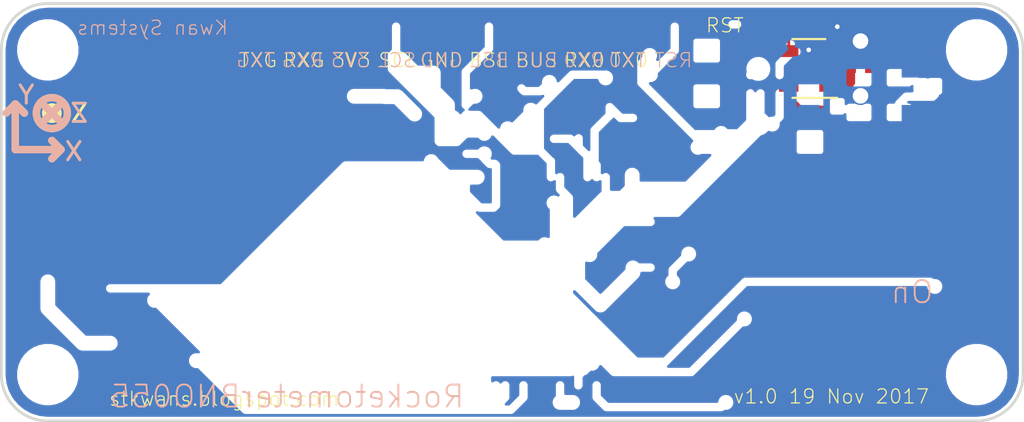
<source format=kicad_pcb>
(kicad_pcb (version 20170123) (host pcbnew no-vcs-found-84f1c8e~59~ubuntu17.04.1)

  (general
    (thickness 1.6)
    (drawings 33)
    (tracks 20)
    (zones 0)
    (modules 10)
    (nets 7)
  )

  (page A4)
  (layers
    (0 Top signal)
    (31 Bottom signal)
    (32 B.Adhes user hide)
    (33 F.Adhes user hide)
    (34 B.Paste user hide)
    (35 F.Paste user hide)
    (36 B.SilkS user)
    (37 F.SilkS user)
    (38 B.Mask user hide)
    (39 F.Mask user hide)
    (40 Dwgs.User user hide)
    (41 Cmts.User user hide)
    (42 Eco1.User user hide)
    (43 Eco2.User user hide)
    (44 Edge.Cuts user)
    (45 Margin user hide)
    (46 B.CrtYd user)
    (47 F.CrtYd user)
    (48 B.Fab user)
    (49 F.Fab user)
  )

  (setup
    (last_trace_width 0.1524)
    (user_trace_width 0.254)
    (user_trace_width 0.508)
    (trace_clearance 0.1524)
    (zone_clearance 0.1524)
    (zone_45_only no)
    (trace_min 0.1524)
    (segment_width 0.2)
    (edge_width 0.15)
    (via_size 0.508)
    (via_drill 0.254)
    (via_min_size 0.508)
    (via_min_drill 0.254)
    (uvia_size 0.3)
    (uvia_drill 0.1)
    (uvias_allowed no)
    (uvia_min_size 0)
    (uvia_min_drill 0)
    (pcb_text_width 0.3)
    (pcb_text_size 1.5 1.5)
    (mod_edge_width 0.15)
    (mod_text_size 1 1)
    (mod_text_width 0.15)
    (pad_size 1.4 1.9)
    (pad_drill 0)
    (pad_to_mask_clearance 0)
    (aux_axis_origin 0 0)
    (visible_elements 7FFFFF7F)
    (pcbplotparams
      (layerselection 0x00030_ffffffff)
      (usegerberextensions false)
      (excludeedgelayer true)
      (linewidth 0.100000)
      (plotframeref false)
      (viasonmask false)
      (mode 1)
      (useauxorigin false)
      (hpglpennumber 1)
      (hpglpenspeed 20)
      (hpglpendiameter 15)
      (psnegative false)
      (psa4output false)
      (plotreference true)
      (plotvalue true)
      (plotinvisibletext false)
      (padsonsilk false)
      (subtractmaskfromsilk false)
      (outputformat 1)
      (mirror false)
      (drillshape 1)
      (scaleselection 1)
      (outputdirectory ""))
  )

  (net 0 "")
  (net 1 GND)
  (net 2 /GND)
  (net 3 /VRAW)
  (net 4 /BYP)
  (net 5 /VCC)
  (net 6 /PWR_EN)

  (net_class Default "This is the default net class."
    (clearance 0.1524)
    (trace_width 0.1524)
    (via_dia 0.508)
    (via_drill 0.254)
    (uvia_dia 0.3)
    (uvia_drill 0.1)
    (add_net /BYP)
    (add_net /GND)
    (add_net /PWR_EN)
    (add_net /VCC)
    (add_net /VRAW)
    (add_net GND)
  )

  (module KwanSystems:SWITCH_DPDT_AZY0202 (layer Bottom) (tedit 598F0A22) (tstamp 598CA536)
    (at 173.99 82.296 270)
    (path /598BF237)
    (fp_text reference S701 (at 0 -0.5 270) (layer B.SilkS) hide
      (effects (font (size 1 1) (thickness 0.15)) (justify mirror))
    )
    (fp_text value SPDT (at 0 0.5 270) (layer B.Fab) hide
      (effects (font (size 1 1) (thickness 0.15)) (justify mirror))
    )
    (fp_line (start -3.6 -1.75) (end -3.6 1.75) (layer B.CrtYd) (width 0.15))
    (fp_line (start 3.6 -1.75) (end -3.6 -1.75) (layer B.CrtYd) (width 0.15))
    (fp_line (start 3.6 1.75) (end 3.6 -1.75) (layer B.CrtYd) (width 0.15))
    (fp_line (start -3.6 1.75) (end 3.6 1.75) (layer B.CrtYd) (width 0.15))
    (pad "" np_thru_hole circle (at -1.5 0 270) (size 1 1) (drill 0.85) (layers *.Cu *.Mask))
    (pad 4 smd rect (at -2.5 -2.825 270) (size 1 1.15) (layers Bottom B.Paste B.Mask))
    (pad 5 smd rect (at 0 -2.825 270) (size 1 1.15) (layers Bottom B.Paste B.Mask))
    (pad 3 smd rect (at 2.5 2.825 270) (size 1 1.15) (layers Bottom B.Paste B.Mask)
      (net 2 /GND))
    (pad 6 smd rect (at 2.5 -2.825 270) (size 1 1.15) (layers Bottom B.Paste B.Mask))
    (pad 2 smd rect (at 0 2.825 270) (size 1 1.15) (layers Bottom B.Paste B.Mask)
      (net 6 /PWR_EN))
    (pad 1 smd rect (at -2.5 2.825 270) (size 1 1.15) (layers Bottom B.Paste B.Mask)
      (net 3 /VRAW))
    (pad "" np_thru_hole circle (at 1.5 0 270) (size 1 1) (drill 0.85) (layers *.Cu *.Mask))
  )

  (module STAND-OFF-TIGHT (layer Top) (tedit 598BF9B1) (tstamp 598BF1B2)
    (at 129.54 99.06)
    (descr "<b>Stand Off</b><p>\nThis is the mechanical footprint for a #4 phillips button head screw. Use the keepout ring to avoid running the screw head into surrounding components. SKU : PRT-00447")
    (fp_text reference JP1 (at 0 0) (layer F.SilkS) hide
      (effects (font (thickness 0.15)))
    )
    (fp_text value STAND-OFFTIGHT (at 0 0) (layer F.SilkS) hide
      (effects (font (thickness 0.15)))
    )
    (fp_circle (center 0 0) (end 0 0) (layer Dwgs.User) (width 0.127))
    (fp_arc (start 0 0) (end 0 0) (angle 180) (layer Dwgs.User) (width 0.2032))
    (fp_arc (start 0 0) (end 0 0) (angle -180) (layer Dwgs.User) (width 0.2032))
    (fp_arc (start 0 0) (end 0 0) (angle 180) (layer Dwgs.User) (width 0.2032))
    (fp_arc (start 0 0) (end 0 0) (angle 180) (layer Dwgs.User) (width 0.2032))
    (pad "" np_thru_hole circle (at 0 0) (size 3.048 3.048) (drill 3.048) (layers *.Cu))
  )

  (module STAND-OFF-TIGHT (layer Top) (tedit 0) (tstamp 598BF1E2)
    (at 129.54 81.28)
    (descr "<b>Stand Off</b><p>\nThis is the mechanical footprint for a #4 phillips button head screw. Use the keepout ring to avoid running the screw head into surrounding components. SKU : PRT-00447")
    (fp_text reference JP2 (at 0 0) (layer F.SilkS) hide
      (effects (font (thickness 0.15)))
    )
    (fp_text value STAND-OFFTIGHT (at 0 0) (layer F.SilkS) hide
      (effects (font (thickness 0.15)))
    )
    (fp_circle (center 0 0) (end 0 0) (layer Dwgs.User) (width 0.127))
    (fp_arc (start 0 0) (end 0 0) (angle 180) (layer Dwgs.User) (width 0.2032))
    (fp_arc (start 0 0) (end 0 0) (angle -180) (layer Dwgs.User) (width 0.2032))
    (fp_arc (start 0 0) (end 0 0) (angle 180) (layer Dwgs.User) (width 0.2032))
    (fp_arc (start 0 0) (end 0 0) (angle 180) (layer Dwgs.User) (width 0.2032))
    (pad "" np_thru_hole circle (at 0 0) (size 3.048 3.048) (drill 3.048) (layers *.Cu))
  )

  (module STAND-OFF-TIGHT (layer Top) (tedit 0) (tstamp 598BF29C)
    (at 180.34 99.06)
    (descr "<b>Stand Off</b><p>\nThis is the mechanical footprint for a #4 phillips button head screw. Use the keepout ring to avoid running the screw head into surrounding components. SKU : PRT-00447")
    (fp_text reference JP4 (at 0 0) (layer F.SilkS) hide
      (effects (font (thickness 0.15)))
    )
    (fp_text value STAND-OFFTIGHT (at 0 0) (layer F.SilkS) hide
      (effects (font (thickness 0.15)))
    )
    (fp_circle (center 0 0) (end 0 0) (layer Dwgs.User) (width 0.127))
    (fp_arc (start 0 0) (end 0 0) (angle 180) (layer Dwgs.User) (width 0.2032))
    (fp_arc (start 0 0) (end 0 0) (angle -180) (layer Dwgs.User) (width 0.2032))
    (fp_arc (start 0 0) (end 0 0) (angle 180) (layer Dwgs.User) (width 0.2032))
    (fp_arc (start 0 0) (end 0 0) (angle 180) (layer Dwgs.User) (width 0.2032))
    (pad "" np_thru_hole circle (at 0 0) (size 3.048 3.048) (drill 3.048) (layers *.Cu))
  )

  (module STAND-OFF-TIGHT (layer Top) (tedit 0) (tstamp 598BF2A5)
    (at 180.34 81.28)
    (descr "<b>Stand Off</b><p>\nThis is the mechanical footprint for a #4 phillips button head screw. Use the keepout ring to avoid running the screw head into surrounding components. SKU : PRT-00447")
    (fp_text reference JP5 (at 0 0) (layer F.SilkS) hide
      (effects (font (thickness 0.15)))
    )
    (fp_text value STAND-OFFTIGHT (at 0 0) (layer F.SilkS) hide
      (effects (font (thickness 0.15)))
    )
    (fp_circle (center 0 0) (end 0 0) (layer Dwgs.User) (width 0.127))
    (fp_arc (start 0 0) (end 0 0) (angle 180) (layer Dwgs.User) (width 0.2032))
    (fp_arc (start 0 0) (end 0 0) (angle -180) (layer Dwgs.User) (width 0.2032))
    (fp_arc (start 0 0) (end 0 0) (angle 180) (layer Dwgs.User) (width 0.2032))
    (fp_arc (start 0 0) (end 0 0) (angle 180) (layer Dwgs.User) (width 0.2032))
    (pad "" np_thru_hole circle (at 0 0) (size 3.048 3.048) (drill 3.048) (layers *.Cu))
  )

  (module KwanSystems:SMD_0402 (layer Top) (tedit 598F0B21) (tstamp 598CA3F3)
    (at 173.99 82.296)
    (descr "Capacitor SMD 0402, reflow soldering, AVX (see smccp.pdf)")
    (tags "capacitor 0402")
    (path /598BF239)
    (attr smd)
    (fp_text reference C704 (at 0 0) (layer F.Fab)
      (effects (font (size 0.2 0.2) (thickness 0.015)))
    )
    (fp_text value 1uF (at 0 -0.4) (layer F.Fab)
      (effects (font (size 0.127 0.127) (thickness 0.015)))
    )
    (fp_line (start 1 0.4) (end -1 0.4) (layer F.CrtYd) (width 0.05))
    (fp_line (start 1 0.4) (end 1 -0.4) (layer F.CrtYd) (width 0.05))
    (fp_line (start -1 -0.4) (end -1 0.4) (layer F.CrtYd) (width 0.05))
    (fp_line (start -1 -0.4) (end 1 -0.4) (layer F.CrtYd) (width 0.05))
    (fp_line (start -0.5 -0.25) (end 0.5 -0.25) (layer F.Fab) (width 0.1))
    (fp_line (start 0.5 -0.25) (end 0.5 0.25) (layer F.Fab) (width 0.1))
    (fp_line (start 0.5 0.25) (end -0.5 0.25) (layer F.Fab) (width 0.1))
    (fp_line (start -0.5 0.25) (end -0.5 -0.25) (layer F.Fab) (width 0.1))
    (pad 2 smd rect (at 0.55 0) (size 0.6 0.5) (layers Top F.Paste F.Mask)
      (net 2 /GND))
    (pad 1 smd rect (at -0.55 0) (size 0.6 0.5) (layers Top F.Paste F.Mask)
      (net 3 /VRAW))
    (model Capacitors_SMD.3dshapes/C_0402.wrl
      (at (xyz 0 0 0))
      (scale (xyz 1 1 1))
      (rotate (xyz 0 0 0))
    )
  )

  (module KwanSystems:SMD_0402 (layer Top) (tedit 598F0BF3) (tstamp 598CA3F9)
    (at 171.196 80.01)
    (descr "Capacitor SMD 0402, reflow soldering, AVX (see smccp.pdf)")
    (tags "capacitor 0402")
    (path /598BF23A)
    (attr smd)
    (fp_text reference C714 (at 0 0) (layer F.Fab)
      (effects (font (size 0.2 0.2) (thickness 0.015)))
    )
    (fp_text value 100nF (at 0 -0.4) (layer F.Fab)
      (effects (font (size 0.127 0.127) (thickness 0.015)))
    )
    (fp_line (start 1 0.4) (end -1 0.4) (layer F.CrtYd) (width 0.05))
    (fp_line (start 1 0.4) (end 1 -0.4) (layer F.CrtYd) (width 0.05))
    (fp_line (start -1 -0.4) (end -1 0.4) (layer F.CrtYd) (width 0.05))
    (fp_line (start -1 -0.4) (end 1 -0.4) (layer F.CrtYd) (width 0.05))
    (fp_line (start -0.5 -0.25) (end 0.5 -0.25) (layer F.Fab) (width 0.1))
    (fp_line (start 0.5 -0.25) (end 0.5 0.25) (layer F.Fab) (width 0.1))
    (fp_line (start 0.5 0.25) (end -0.5 0.25) (layer F.Fab) (width 0.1))
    (fp_line (start -0.5 0.25) (end -0.5 -0.25) (layer F.Fab) (width 0.1))
    (pad 2 smd rect (at 0.55 0) (size 0.6 0.5) (layers Top F.Paste F.Mask)
      (net 2 /GND))
    (pad 1 smd rect (at -0.55 0) (size 0.6 0.5) (layers Top F.Paste F.Mask)
      (net 4 /BYP))
    (model Capacitors_SMD.3dshapes/C_0402.wrl
      (at (xyz 0 0 0))
      (scale (xyz 1 1 1))
      (rotate (xyz 0 0 0))
    )
  )

  (module KwanSystems:SMD_0402 (layer Top) (tedit 598F0C0A) (tstamp 598CA3FF)
    (at 171.196 84.582)
    (descr "Capacitor SMD 0402, reflow soldering, AVX (see smccp.pdf)")
    (tags "capacitor 0402")
    (path /598BF23B)
    (attr smd)
    (fp_text reference C715 (at 0 0) (layer F.Fab)
      (effects (font (size 0.2 0.2) (thickness 0.015)))
    )
    (fp_text value 4.7nF (at 0 -0.4) (layer F.Fab)
      (effects (font (size 0.127 0.127) (thickness 0.015)))
    )
    (fp_line (start 1 0.4) (end -1 0.4) (layer F.CrtYd) (width 0.05))
    (fp_line (start 1 0.4) (end 1 -0.4) (layer F.CrtYd) (width 0.05))
    (fp_line (start -1 -0.4) (end -1 0.4) (layer F.CrtYd) (width 0.05))
    (fp_line (start -1 -0.4) (end 1 -0.4) (layer F.CrtYd) (width 0.05))
    (fp_line (start -0.5 -0.25) (end 0.5 -0.25) (layer F.Fab) (width 0.1))
    (fp_line (start 0.5 -0.25) (end 0.5 0.25) (layer F.Fab) (width 0.1))
    (fp_line (start 0.5 0.25) (end -0.5 0.25) (layer F.Fab) (width 0.1))
    (fp_line (start -0.5 0.25) (end -0.5 -0.25) (layer F.Fab) (width 0.1))
    (pad 2 smd rect (at 0.55 0) (size 0.6 0.5) (layers Top F.Paste F.Mask)
      (net 2 /GND))
    (pad 1 smd rect (at -0.55 0) (size 0.6 0.5) (layers Top F.Paste F.Mask)
      (net 5 /VCC))
    (model Capacitors_SMD.3dshapes/C_0402.wrl
      (at (xyz 0 0 0))
      (scale (xyz 1 1 1))
      (rotate (xyz 0 0 0))
    )
  )

  (module TO_SOT_Packages_SMD:SOT-23-5 (layer Top) (tedit 598F0C65) (tstamp 598CA556)
    (at 171.165 82.296 180)
    (descr "5-pin SOT23 package")
    (tags SOT-23-5)
    (path /598BF238)
    (attr smd)
    (fp_text reference U701 (at 0 -1.336 180) (layer F.Fab)
      (effects (font (size 0.2 0.2) (thickness 0.015)))
    )
    (fp_text value 3.3V (at 0 2.9 180) (layer F.Fab)
      (effects (font (size 1 1) (thickness 0.15)))
    )
    (fp_text user %R (at 0 -1.336) (layer F.Fab)
      (effects (font (size 0.2 0.2) (thickness 0.015)))
    )
    (fp_line (start -0.9 1.61) (end 0.9 1.61) (layer F.SilkS) (width 0.12))
    (fp_line (start 0.9 -1.61) (end -1.55 -1.61) (layer F.SilkS) (width 0.12))
    (fp_line (start -1.9 -1.8) (end 1.9 -1.8) (layer F.CrtYd) (width 0.05))
    (fp_line (start 1.9 -1.8) (end 1.9 1.8) (layer F.CrtYd) (width 0.05))
    (fp_line (start 1.9 1.8) (end -1.9 1.8) (layer F.CrtYd) (width 0.05))
    (fp_line (start -1.9 1.8) (end -1.9 -1.8) (layer F.CrtYd) (width 0.05))
    (fp_line (start -0.9 -0.9) (end -0.25 -1.55) (layer F.Fab) (width 0.1))
    (fp_line (start 0.9 -1.55) (end -0.25 -1.55) (layer F.Fab) (width 0.1))
    (fp_line (start -0.9 -0.9) (end -0.9 1.55) (layer F.Fab) (width 0.1))
    (fp_line (start 0.9 1.55) (end -0.9 1.55) (layer F.Fab) (width 0.1))
    (fp_line (start 0.9 -1.55) (end 0.9 1.55) (layer F.Fab) (width 0.1))
    (pad 1 smd rect (at -1.1 -0.95 180) (size 1.06 0.65) (layers Top F.Paste F.Mask)
      (net 3 /VRAW))
    (pad 2 smd rect (at -1.1 0 180) (size 1.06 0.65) (layers Top F.Paste F.Mask)
      (net 2 /GND))
    (pad 3 smd rect (at -1.1 0.95 180) (size 1.06 0.65) (layers Top F.Paste F.Mask)
      (net 6 /PWR_EN))
    (pad 4 smd rect (at 1.1 0.95 180) (size 1.06 0.65) (layers Top F.Paste F.Mask)
      (net 4 /BYP))
    (pad 5 smd rect (at 1.1 -0.95 180) (size 1.06 0.65) (layers Top F.Paste F.Mask)
      (net 5 /VCC))
    (model ${KISYS3DMOD}/TO_SOT_Packages_SMD.3dshapes/SOT-23-5.wrl
      (at (xyz 0 0 0))
      (scale (xyz 1 1 1))
      (rotate (xyz 0 0 0))
    )
  )

  (module KwanSystems:Axis (layer Top) (tedit 590A7BBF) (tstamp 598CB4A0)
    (at 127.762 86.741)
    (descr "Built for the MPU-9250 using guidelines found in http://cds.linear.com/docs/en/packaging/Carsem%20MLP%20users%20guide.pdf")
    (fp_text reference U501 (at -1.3 1.5) (layer F.Fab) hide
      (effects (font (size 0.77216 0.77216) (thickness 0.065024)) (justify left bottom))
    )
    (fp_text value MPU9250 (at -1.8 2.75) (layer F.SilkS) hide
      (effects (font (size 0.77216 0.77216) (thickness 0.065024)) (justify left bottom))
    )
    (fp_line (start -0.5 -2) (end 0 -2.5) (layer F.SilkS) (width 0.4))
    (fp_line (start 0 -2.5) (end 0.5 -2) (layer F.SilkS) (width 0.4))
    (fp_line (start 0.5 -2) (end 0 -2.5) (layer F.SilkS) (width 0.4))
    (fp_line (start 0 -2.5) (end 0 0) (layer F.SilkS) (width 0.4))
    (fp_line (start 0 0) (end 2.5 0) (layer F.SilkS) (width 0.4))
    (fp_line (start 2.5 0) (end 2 -0.5) (layer F.SilkS) (width 0.4))
    (fp_line (start 2 -0.5) (end 2.5 0) (layer F.SilkS) (width 0.4))
    (fp_line (start 2.5 0) (end 2 0.5) (layer F.SilkS) (width 0.4))
    (fp_text user Y (at 0.6 -3) (layer F.SilkS)
      (effects (font (size 1 1) (thickness 0.15)))
    )
    (fp_text user X (at 3.2 0.1) (layer F.SilkS)
      (effects (font (size 1 1) (thickness 0.15)))
    )
    (fp_circle (center 2 -2) (end 2.6 -1.4) (layer F.SilkS) (width 0.4))
    (fp_circle (center 2 -2) (end 2.1 -1.9) (layer F.SilkS) (width 0.4))
    (fp_text user Z (at 3.5 -2) (layer F.SilkS)
      (effects (font (size 1 1) (thickness 0.15)))
    )
    (fp_line (start -0.5 -2) (end 0 -2.5) (layer B.SilkS) (width 0.4))
    (fp_line (start 0 -2.5) (end 0.5 -2) (layer B.SilkS) (width 0.4))
    (fp_line (start 0.5 -2) (end 0 -2.5) (layer B.SilkS) (width 0.4))
    (fp_line (start 0 -2.5) (end 0 0) (layer B.SilkS) (width 0.4))
    (fp_line (start 0 0) (end 2.5 0) (layer B.SilkS) (width 0.4))
    (fp_line (start 2.5 0) (end 2 -0.5) (layer B.SilkS) (width 0.4))
    (fp_line (start 2 -0.5) (end 2.5 0) (layer B.SilkS) (width 0.4))
    (fp_line (start 2.5 0) (end 2 0.5) (layer B.SilkS) (width 0.4))
    (fp_text user X (at 3.2 0.1) (layer B.SilkS)
      (effects (font (size 1 1) (thickness 0.15)) (justify mirror))
    )
    (fp_text user Y (at 0.6 -3) (layer B.SilkS)
      (effects (font (size 1 1) (thickness 0.15)) (justify mirror))
    )
    (fp_text user Z (at 3.5 -2) (layer B.SilkS)
      (effects (font (size 1 1) (thickness 0.15)) (justify mirror))
    )
    (fp_circle (center 2 -2) (end 2.6 -1.4) (layer B.SilkS) (width 0.4))
    (fp_line (start 1.4 -2.6) (end 2.6 -1.4) (layer B.SilkS) (width 0.4))
    (fp_line (start 2.6 -2.6) (end 1.4 -1.4) (layer B.SilkS) (width 0.4))
  )

  (gr_text RST (at 164.846 82.296) (layer B.SilkS) (tstamp 598E860F)
    (effects (font (size 0.77216 0.77216) (thickness 0.065024)) (justify left bottom mirror))
  )
  (gr_text TX0 (at 162.306 82.296) (layer B.SilkS) (tstamp 598E860B)
    (effects (font (size 0.77216 0.77216) (thickness 0.065024)) (justify left bottom mirror))
  )
  (gr_text RX0 (at 160.02 82.296) (layer B.SilkS) (tstamp 598E8607)
    (effects (font (size 0.77216 0.77216) (thickness 0.065024)) (justify left bottom mirror))
  )
  (gr_text BUS (at 157.48 82.296) (layer B.SilkS) (tstamp 598E8603)
    (effects (font (size 0.77216 0.77216) (thickness 0.065024)) (justify left bottom mirror))
  )
  (gr_text BSL (at 154.813 82.296) (layer B.SilkS) (tstamp 598E85FF)
    (effects (font (size 0.77216 0.77216) (thickness 0.065024)) (justify left bottom mirror))
  )
  (gr_text GND (at 152.273 82.296) (layer B.SilkS) (tstamp 598E85FB)
    (effects (font (size 0.77216 0.77216) (thickness 0.065024)) (justify left bottom mirror))
  )
  (gr_text SCL (at 149.733 82.296) (layer B.SilkS) (tstamp 598E856F)
    (effects (font (size 0.77216 0.77216) (thickness 0.065024)) (justify left bottom mirror))
  )
  (gr_text 3V3 (at 147.193 82.296) (layer B.SilkS) (tstamp 598E8569)
    (effects (font (size 0.77216 0.77216) (thickness 0.065024)) (justify left bottom mirror))
  )
  (gr_text RXG (at 144.653 82.296) (layer B.SilkS) (tstamp 598E8563)
    (effects (font (size 0.77216 0.77216) (thickness 0.065024)) (justify left bottom mirror))
  )
  (gr_text TXG (at 141.986 82.296) (layer B.SilkS) (tstamp 598E8539)
    (effects (font (size 0.77216 0.77216) (thickness 0.065024)) (justify left bottom mirror))
  )
  (gr_text TXG (at 139.954 82.296) (layer F.SilkS) (tstamp 598E8530)
    (effects (font (size 0.77216 0.77216) (thickness 0.065024)) (justify left bottom))
  )
  (gr_text RXG (at 142.367 82.296) (layer F.SilkS) (tstamp 598E851B)
    (effects (font (size 0.77216 0.77216) (thickness 0.065024)) (justify left bottom))
  )
  (gr_text RST (at 165.481 80.391) (layer F.SilkS) (tstamp 598E84C8)
    (effects (font (size 0.77216 0.77216) (thickness 0.065024)) (justify left bottom))
  )
  (gr_text TX0 (at 160.274 82.296) (layer F.SilkS) (tstamp 7FFFFFFF)
    (effects (font (size 0.77216 0.77216) (thickness 0.065024)) (justify left bottom))
  )
  (gr_line (start 129.54 78.74) (end 180.34 78.74) (layer Edge.Cuts) (width 0.15) (tstamp 7FFFFFFF))
  (gr_line (start 182.88 81.28) (end 182.88 99.06) (layer Edge.Cuts) (width 0.15) (tstamp 7FFFFFFF))
  (gr_arc (start 180.34 99.06) (end 182.88 99.06) (angle 90) (layer Edge.Cuts) (width 0.15) (tstamp 7FFFFFFF))
  (gr_line (start 180.34 101.6) (end 129.54 101.6) (layer Edge.Cuts) (width 0.15) (tstamp 7FFFFFFF))
  (gr_arc (start 129.54 99.06) (end 129.54 101.6) (angle 90) (layer Edge.Cuts) (width 0.15) (tstamp 7FFFFFFF))
  (gr_line (start 127 99.06) (end 127 81.28) (layer Edge.Cuts) (width 0.15) (tstamp 7FFFFFFF))
  (gr_arc (start 129.54 81.28) (end 127 81.28) (angle 90) (layer Edge.Cuts) (width 0.15) (tstamp 7FFFFFFF))
  (gr_text On (at 178.054 95.25) (layer B.SilkS) (tstamp 7FFFFFFF)
    (effects (font (size 1.2065 1.2065) (thickness 0.1016)) (justify left bottom mirror))
  )
  (gr_text BSL (at 152.527 82.296) (layer F.SilkS) (tstamp 7FFFFFFF)
    (effects (font (size 0.77216 0.77216) (thickness 0.065024)) (justify left bottom))
  )
  (gr_text RX0 (at 157.734 82.296) (layer F.SilkS) (tstamp 7FFFFFFF)
    (effects (font (size 0.77216 0.77216) (thickness 0.065024)) (justify left bottom))
  )
  (gr_text GND (at 149.86 82.296) (layer F.SilkS) (tstamp 7FFFFFFF)
    (effects (font (size 0.77216 0.77216) (thickness 0.065024)) (justify left bottom))
  )
  (gr_text RocketometerBNO055 (at 152.4 100.965) (layer B.SilkS) (tstamp 7FFFFFFF)
    (effects (font (size 1.2065 1.2065) (thickness 0.1016)) (justify left bottom mirror))
  )
  (gr_text "v1.0 19 Nov 2017" (at 167.005 100.711) (layer F.SilkS) (tstamp 7FFFFFFF)
    (effects (font (size 0.77216 0.77216) (thickness 0.065024)) (justify left bottom))
  )
  (gr_text "Kwan Systems" (at 139.446 80.518) (layer B.SilkS) (tstamp 7FFFFFFF)
    (effects (font (size 0.77216 0.77216) (thickness 0.065024)) (justify left bottom mirror))
  )
  (gr_text stkwans.blogspot.com (at 132.842 100.838) (layer F.SilkS) (tstamp 7FFFFFFF)
    (effects (font (size 0.77216 0.77216) (thickness 0.065024)) (justify left bottom))
  )
  (gr_text SCL (at 147.574 82.296) (layer F.SilkS) (tstamp 7FFFFFFF)
    (effects (font (size 0.77216 0.77216) (thickness 0.065024)) (justify left bottom))
  )
  (gr_text BUS (at 155.067 82.296) (layer F.SilkS) (tstamp 7FFFFFFF)
    (effects (font (size 0.77216 0.77216) (thickness 0.065024)) (justify left bottom))
  )
  (gr_text 3V3 (at 145.034 82.296) (layer F.SilkS) (tstamp 7FFFFFFF)
    (effects (font (size 0.77216 0.77216) (thickness 0.065024)) (justify left bottom))
  )
  (gr_arc (start 180.34 81.28) (end 180.34 78.74) (angle 90) (layer Edge.Cuts) (width 0.15) (tstamp 7FFFFFFF))

  (segment (start 170.065 83.246) (end 170.065 84.001) (width 0.508) (layer Top) (net 5))
  (segment (start 170.065 84.001) (end 170.646 84.582) (width 0.508) (layer Top) (net 5))
  (segment (start 172.265 83.246) (end 173.248 83.246) (width 0.508) (layer Top) (net 3))
  (segment (start 173.248 83.246) (end 173.44 83.054) (width 0.508) (layer Top) (net 3))
  (segment (start 173.44 83.054) (end 173.44 82.296) (width 0.508) (layer Top) (net 3))
  (segment (start 173.023601 81.477201) (end 173.023601 80.313601) (width 0.1524) (layer Top) (net 3))
  (segment (start 173.023601 80.313601) (end 172.72 80.01) (width 0.1524) (layer Top) (net 3))
  (segment (start 172.72 80.01) (end 171.379 80.01) (width 0.1524) (layer Bottom) (net 3))
  (segment (start 171.379 80.01) (end 171.165 79.796) (width 0.1524) (layer Bottom) (net 3))
  (via (at 172.72 80.01) (size 0.508) (drill 0.254) (layers Top Bottom) (net 3))
  (segment (start 173.44 82.296) (end 173.44 81.8936) (width 0.1524) (layer Top) (net 3))
  (segment (start 173.44 81.8936) (end 173.023601 81.477201) (width 0.1524) (layer Top) (net 3))
  (segment (start 170.065 81.346) (end 170.065 80.541) (width 0.1524) (layer Top) (net 4))
  (segment (start 170.065 80.541) (end 170.596 80.01) (width 0.1524) (layer Top) (net 4))
  (segment (start 170.596 80.01) (end 170.646 80.01) (width 0.1524) (layer Top) (net 4))
  (segment (start 172.265 81.346) (end 171.222013 81.346) (width 0.1524) (layer Top) (net 6))
  (segment (start 171.222013 81.346) (end 171.156013 81.28) (width 0.1524) (layer Top) (net 6))
  (segment (start 171.165 82.296) (end 171.165 81.288987) (width 0.1524) (layer Bottom) (net 6))
  (segment (start 171.165 81.288987) (end 171.156013 81.28) (width 0.1524) (layer Bottom) (net 6))
  (via (at 171.156013 81.28) (size 0.508) (drill 0.254) (layers Top Bottom) (net 6))

  (zone (net 1) (net_name GND) (layer Bottom) (tstamp 7FFFFFFF) (hatch edge 0.508)
    (priority 6)
    (connect_pads yes (clearance 0.1524))
    (min_thickness 0.1524)
    (fill yes (arc_segments 32) (thermal_gap 0) (thermal_bridge_width 0))
    (polygon
      (pts
        (xy 182.88 78.74) (xy 182.88 101.6) (xy 127 101.6) (xy 127 78.74)
      )
    )
    (filled_polygon
      (pts
        (xy 180.774104 79.08762) (xy 181.191668 79.21369) (xy 181.576802 79.418469) (xy 181.914817 79.694147) (xy 182.192853 80.030236)
        (xy 182.400313 80.413926) (xy 182.529295 80.8306) (xy 182.576394 81.278711) (xy 182.5764 81.280489) (xy 182.5764 99.045152)
        (xy 182.53238 99.494104) (xy 182.406309 99.911671) (xy 182.201531 100.296802) (xy 181.925853 100.634817) (xy 181.589762 100.912854)
        (xy 181.206078 101.120311) (xy 180.7894 101.249295) (xy 180.341289 101.296394) (xy 180.33951 101.2964) (xy 129.554848 101.2964)
        (xy 129.105896 101.25238) (xy 128.688329 101.126309) (xy 128.303198 100.921531) (xy 127.965183 100.645853) (xy 127.687146 100.309762)
        (xy 127.479689 99.926078) (xy 127.350705 99.5094) (xy 127.31896 99.207363) (xy 127.785096 99.207363) (xy 127.847141 99.545419)
        (xy 127.973667 99.864986) (xy 128.159853 100.153891) (xy 128.398609 100.40113) (xy 128.68084 100.597286) (xy 128.995796 100.734887)
        (xy 129.331481 100.808692) (xy 129.675108 100.81589) (xy 130.013589 100.756206) (xy 130.334031 100.631915) (xy 130.624229 100.44775)
        (xy 130.873129 100.210726) (xy 131.07125 99.929871) (xy 131.211047 99.615883) (xy 131.287193 99.280722) (xy 131.292675 98.888149)
        (xy 131.225916 98.550992) (xy 131.094941 98.233223) (xy 130.904739 97.946946) (xy 130.662555 97.703065) (xy 130.377612 97.510868)
        (xy 130.060766 97.377678) (xy 129.724083 97.308567) (xy 129.380389 97.306168) (xy 129.042774 97.370571) (xy 128.724099 97.499325)
        (xy 128.436501 97.687523) (xy 128.190934 97.928) (xy 127.996754 98.211593) (xy 127.861355 98.527502) (xy 127.789895 98.863694)
        (xy 127.785096 99.207363) (xy 127.31896 99.207363) (xy 127.303606 99.061289) (xy 127.3036 99.05951) (xy 127.3036 93.981)
        (xy 129.0574 93.981) (xy 129.0574 95.434) (xy 129.061746 95.478326) (xy 129.065635 95.522775) (xy 129.066344 95.525214)
        (xy 129.066591 95.527737) (xy 129.079472 95.5704) (xy 129.091913 95.613223) (xy 129.09308 95.615475) (xy 129.093814 95.617905)
        (xy 129.114758 95.657295) (xy 129.135258 95.696843) (xy 129.136839 95.698824) (xy 129.138032 95.701067) (xy 129.166217 95.735625)
        (xy 129.194019 95.770452) (xy 129.197505 95.773988) (xy 129.197561 95.774056) (xy 129.197624 95.774108) (xy 129.19875 95.77525)
        (xy 131.10475 97.68125) (xy 131.139197 97.709545) (xy 131.173347 97.7382) (xy 131.17557 97.739422) (xy 131.177531 97.741033)
        (xy 131.216848 97.762115) (xy 131.255884 97.783575) (xy 131.2583 97.784341) (xy 131.260539 97.785542) (xy 131.303202 97.798585)
        (xy 131.345662 97.812054) (xy 131.348183 97.812337) (xy 131.350611 97.813079) (xy 131.394966 97.817584) (xy 131.439262 97.822553)
        (xy 131.444222 97.822588) (xy 131.444315 97.822597) (xy 131.444401 97.822589) (xy 131.446 97.8226) (xy 132.954 97.8226)
        (xy 133.047737 97.813409) (xy 133.137905 97.786186) (xy 133.221067 97.741968) (xy 133.294056 97.682439) (xy 133.354094 97.609866)
        (xy 133.398891 97.527015) (xy 133.426743 97.43704) (xy 133.436588 97.343369) (xy 133.428052 97.24957) (xy 133.401459 97.159215)
        (xy 133.357822 97.075746) (xy 133.298805 97.002342) (xy 133.226653 96.9418) (xy 133.144116 96.896425) (xy 133.054338 96.867946)
        (xy 132.960738 96.857447) (xy 132.954 96.8574) (xy 131.6459 96.8574) (xy 130.0226 95.2341) (xy 130.0226 94.337872)
        (xy 132.649207 94.337872) (xy 132.654599 94.397114) (xy 132.671394 94.45418) (xy 132.698954 94.506897) (xy 132.736229 94.553257)
        (xy 132.781798 94.591495) (xy 132.833927 94.620152) (xy 132.890629 94.638139) (xy 132.949744 94.64477) (xy 132.954 94.6448)
        (xy 135.050844 94.6448) (xy 135.010518 94.68429) (xy 134.957048 94.762381) (xy 134.919764 94.84937) (xy 134.900087 94.941945)
        (xy 134.898766 95.036578) (xy 134.915851 95.129666) (xy 134.950691 95.217663) (xy 135.00196 95.297216) (xy 135.067704 95.365297)
        (xy 135.14542 95.41931) (xy 135.232147 95.457201) (xy 135.324582 95.477524) (xy 135.419204 95.479506) (xy 135.432168 95.47722)
        (xy 137.784096 97.829148) (xy 137.71869 97.815722) (xy 137.624049 97.815061) (xy 137.531083 97.832795) (xy 137.443332 97.868249)
        (xy 137.364138 97.920072) (xy 137.296518 97.98629) (xy 137.243048 98.064381) (xy 137.205764 98.15137) (xy 137.186087 98.243945)
        (xy 137.184766 98.338578) (xy 137.201851 98.431666) (xy 137.236691 98.519663) (xy 137.28796 98.599216) (xy 137.353704 98.667297)
        (xy 137.43142 98.72131) (xy 137.518147 98.759201) (xy 137.610582 98.779524) (xy 137.705204 98.781506) (xy 137.718168 98.77922)
        (xy 140.142094 101.203146) (xy 140.163845 101.221013) (xy 140.185418 101.239115) (xy 140.186824 101.239888) (xy 140.188061 101.240904)
        (xy 140.21292 101.254234) (xy 140.237547 101.267772) (xy 140.239067 101.268254) (xy 140.240486 101.269015) (xy 140.26747 101.277264)
        (xy 140.294249 101.285759) (xy 140.295842 101.285938) (xy 140.297374 101.286406) (xy 140.325379 101.289251) (xy 140.353364 101.29239)
        (xy 140.356498 101.292412) (xy 140.356556 101.292418) (xy 140.35661 101.292413) (xy 140.35762 101.29242) (xy 154.870779 101.29242)
        (xy 154.898791 101.289673) (xy 154.926848 101.287219) (xy 154.928389 101.286771) (xy 154.929982 101.286615) (xy 154.956947 101.278474)
        (xy 154.983972 101.270622) (xy 154.985392 101.269886) (xy 154.986929 101.269422) (xy 155.011835 101.256179) (xy 155.036785 101.243246)
        (xy 155.038036 101.242248) (xy 155.039453 101.241494) (xy 155.061327 101.223655) (xy 155.083274 101.206134) (xy 155.085501 101.203939)
        (xy 155.085552 101.203897) (xy 155.085591 101.20385) (xy 155.086305 101.203146) (xy 155.70882 100.580631) (xy 157.074011 100.580631)
        (xy 157.082547 100.67443) (xy 157.10914 100.764785) (xy 157.152777 100.848254) (xy 157.211794 100.921658) (xy 157.283946 100.9822)
        (xy 157.366483 101.027575) (xy 157.456261 101.056054) (xy 157.549861 101.066553) (xy 157.556599 101.0666) (xy 158.235951 101.0666)
        (xy 158.279204 101.067506) (xy 158.372409 101.051071) (xy 158.460646 101.016846) (xy 158.540556 100.966134) (xy 158.609093 100.900867)
        (xy 158.663649 100.82353) (xy 158.702143 100.737069) (xy 158.723111 100.644778) (xy 158.723809 100.594777) (xy 158.724588 100.587369)
        (xy 158.724003 100.580938) (xy 158.724621 100.536679) (xy 158.706238 100.443838) (xy 158.670172 100.356337) (xy 158.617798 100.277507)
        (xy 158.551109 100.210351) (xy 158.472647 100.157428) (xy 158.385399 100.120752) (xy 158.29269 100.101722) (xy 158.198049 100.101061)
        (xy 158.196272 100.1014) (xy 157.861399 100.1014) (xy 157.861399 99.6494) (xy 157.855594 99.590197) (xy 157.838401 99.53325)
        (xy 157.810473 99.480726) (xy 157.772876 99.434627) (xy 157.727041 99.396709) (xy 157.674714 99.368416) (xy 157.617888 99.350825)
        (xy 157.558727 99.344607) (xy 157.499485 99.349999) (xy 157.442419 99.366794) (xy 157.389702 99.394354) (xy 157.343342 99.431629)
        (xy 157.305104 99.477198) (xy 157.276447 99.529327) (xy 157.25846 99.586029) (xy 157.251829 99.645144) (xy 157.251799 99.6494)
        (xy 157.251799 100.212807) (xy 157.216543 100.241561) (xy 157.156505 100.314134) (xy 157.111708 100.396985) (xy 157.083856 100.48696)
        (xy 157.074011 100.580631) (xy 155.70882 100.580631) (xy 155.772125 100.517326) (xy 155.789992 100.495575) (xy 155.808094 100.474002)
        (xy 155.808867 100.472596) (xy 155.809883 100.471359) (xy 155.823213 100.4465) (xy 155.836751 100.421873) (xy 155.837233 100.420353)
        (xy 155.837994 100.418934) (xy 155.846252 100.391921) (xy 155.854738 100.365171) (xy 155.854916 100.363581) (xy 155.855386 100.362045)
        (xy 155.858234 100.334001) (xy 155.861369 100.306056) (xy 155.861391 100.302921) (xy 155.861397 100.302863) (xy 155.861392 100.302809)
        (xy 155.861399 100.3018) (xy 155.861399 99.6494) (xy 155.855594 99.590197) (xy 155.838401 99.53325) (xy 155.810473 99.480726)
        (xy 155.772876 99.434627) (xy 155.727041 99.396709) (xy 155.674714 99.368416) (xy 155.617888 99.350825) (xy 155.558727 99.344607)
        (xy 155.499485 99.349999) (xy 155.442419 99.366794) (xy 155.389702 99.394354) (xy 155.343342 99.431629) (xy 155.305104 99.477198)
        (xy 155.276447 99.529327) (xy 155.25846 99.586029) (xy 155.251829 99.645144) (xy 155.251799 99.6494) (xy 155.251799 100.175548)
        (xy 154.744527 100.68282) (xy 154.606631 100.68282) (xy 154.772125 100.517326) (xy 154.789974 100.495596) (xy 154.808094 100.474002)
        (xy 154.808869 100.472593) (xy 154.809883 100.471358) (xy 154.823201 100.446521) (xy 154.836751 100.421873) (xy 154.837233 100.420353)
        (xy 154.837994 100.418934) (xy 154.846252 100.391921) (xy 154.854738 100.365171) (xy 154.854916 100.363581) (xy 154.855386 100.362045)
        (xy 154.858234 100.334001) (xy 154.861369 100.306056) (xy 154.861391 100.302921) (xy 154.861397 100.302863) (xy 154.861392 100.302809)
        (xy 154.861399 100.3018) (xy 154.861399 99.6494) (xy 154.855594 99.590197) (xy 154.838401 99.53325) (xy 154.810473 99.480726)
        (xy 154.772876 99.434627) (xy 154.727041 99.396709) (xy 154.674714 99.368416) (xy 154.617888 99.350825) (xy 154.558727 99.344607)
        (xy 154.499485 99.349999) (xy 154.442419 99.366794) (xy 154.389702 99.394354) (xy 154.343342 99.431629) (xy 154.306368 99.475692)
        (xy 154.272876 99.434627) (xy 154.227041 99.396709) (xy 154.174714 99.368416) (xy 154.117888 99.350825) (xy 154.058727 99.344607)
        (xy 153.999485 99.349999) (xy 153.942419 99.366794) (xy 153.889702 99.394354) (xy 153.861399 99.417111) (xy 153.861399 99.225599)
        (xy 158.116622 99.225599) (xy 158.144634 99.222852) (xy 158.172691 99.220398) (xy 158.174232 99.21995) (xy 158.175825 99.219794)
        (xy 158.20279 99.211653) (xy 158.229815 99.203801) (xy 158.231235 99.203065) (xy 158.232772 99.202601) (xy 158.251799 99.192484)
        (xy 158.251799 99.6494) (xy 158.257604 99.708603) (xy 158.274797 99.76555) (xy 158.302725 99.818074) (xy 158.340322 99.864173)
        (xy 158.386157 99.902091) (xy 158.438484 99.930384) (xy 158.49531 99.947975) (xy 158.554471 99.954193) (xy 158.613713 99.948801)
        (xy 158.670779 99.932006) (xy 158.723496 99.904446) (xy 158.769856 99.867171) (xy 158.808094 99.821602) (xy 158.836751 99.769473)
        (xy 158.854738 99.712771) (xy 158.861369 99.653656) (xy 158.861399 99.6494) (xy 159.251799 99.6494) (xy 159.251799 100.3018)
        (xy 159.254546 100.329812) (xy 159.257 100.357869) (xy 159.257448 100.35941) (xy 159.257604 100.361003) (xy 159.265745 100.387968)
        (xy 159.273597 100.414993) (xy 159.274333 100.416413) (xy 159.274797 100.41795) (xy 159.28804 100.442856) (xy 159.300973 100.467806)
        (xy 159.301971 100.469057) (xy 159.302725 100.470474) (xy 159.320564 100.492348) (xy 159.338085 100.514295) (xy 159.34028 100.516522)
        (xy 159.340322 100.516573) (xy 159.340369 100.516612) (xy 159.341073 100.517326) (xy 159.877273 101.053526) (xy 159.899024 101.071393)
        (xy 159.920597 101.089495) (xy 159.922003 101.090268) (xy 159.92324 101.091284) (xy 159.948064 101.104594) (xy 159.972726 101.118152)
        (xy 159.974251 101.118636) (xy 159.975665 101.119394) (xy 160.002603 101.12763) (xy 160.029428 101.136139) (xy 160.031021 101.136318)
        (xy 160.032553 101.136786) (xy 160.060558 101.139631) (xy 160.088543 101.14277) (xy 160.091677 101.142792) (xy 160.091735 101.142798)
        (xy 160.091789 101.142793) (xy 160.092799 101.1428) (xy 166.370001 101.142799) (xy 166.398013 101.140052) (xy 166.42607 101.137598)
        (xy 166.427611 101.13715) (xy 166.429204 101.136994) (xy 166.456169 101.128853) (xy 166.483194 101.121001) (xy 166.484614 101.120265)
        (xy 166.486151 101.119801) (xy 166.511057 101.106558) (xy 166.536007 101.093625) (xy 166.537258 101.092627) (xy 166.538675 101.091873)
        (xy 166.560549 101.074034) (xy 166.57109 101.065618) (xy 166.661204 101.067506) (xy 166.754409 101.051071) (xy 166.842646 101.016846)
        (xy 166.922556 100.966134) (xy 166.991093 100.900867) (xy 167.045649 100.82353) (xy 167.084143 100.737069) (xy 167.105111 100.644778)
        (xy 167.106621 100.536679) (xy 167.088238 100.443838) (xy 167.052172 100.356337) (xy 166.999798 100.277507) (xy 166.933109 100.210351)
        (xy 166.854647 100.157428) (xy 166.767399 100.120752) (xy 166.67469 100.101722) (xy 166.580049 100.101061) (xy 166.487083 100.118795)
        (xy 166.399332 100.154249) (xy 166.320138 100.206072) (xy 166.252518 100.27229) (xy 166.199048 100.350381) (xy 166.161764 100.43737)
        (xy 166.142087 100.529945) (xy 166.142042 100.533199) (xy 160.219051 100.5332) (xy 159.861399 100.175548) (xy 159.861399 99.6494)
        (xy 159.855594 99.590197) (xy 159.838401 99.53325) (xy 159.810473 99.480726) (xy 159.772876 99.434627) (xy 159.727041 99.396709)
        (xy 159.674714 99.368416) (xy 159.617888 99.350825) (xy 159.558727 99.344607) (xy 159.499485 99.349999) (xy 159.442419 99.366794)
        (xy 159.389702 99.394354) (xy 159.343342 99.431629) (xy 159.305104 99.477198) (xy 159.276447 99.529327) (xy 159.25846 99.586029)
        (xy 159.251829 99.645144) (xy 159.251799 99.6494) (xy 158.861399 99.6494) (xy 158.861399 99.23917) (xy 158.93884 99.161729)
        (xy 158.946259 99.16108) (xy 158.9478 99.160632) (xy 158.949393 99.160476) (xy 158.976358 99.152335) (xy 159.003383 99.144483)
        (xy 159.004803 99.143747) (xy 159.00634 99.143283) (xy 159.031246 99.13004) (xy 159.056196 99.117107) (xy 159.057447 99.116109)
        (xy 159.058864 99.115355) (xy 159.080738 99.097516) (xy 159.102685 99.079995) (xy 159.104912 99.0778) (xy 159.104963 99.077758)
        (xy 159.105002 99.077711) (xy 159.105716 99.077007) (xy 159.262867 98.919856) (xy 159.350686 98.921695) (xy 159.443891 98.90526)
        (xy 159.532128 98.871035) (xy 159.612038 98.820323) (xy 159.680575 98.755056) (xy 159.735131 98.677719) (xy 159.76627 98.607779)
        (xy 160.294816 99.136325) (xy 160.316567 99.154192) (xy 160.33814 99.172294) (xy 160.339546 99.173067) (xy 160.340783 99.174083)
        (xy 160.365607 99.187393) (xy 160.390269 99.200951) (xy 160.391794 99.201435) (xy 160.393208 99.202193) (xy 160.420146 99.210429)
        (xy 160.446971 99.218938) (xy 160.448564 99.219117) (xy 160.450096 99.219585) (xy 160.478101 99.22243) (xy 160.506086 99.225569)
        (xy 160.50922 99.225591) (xy 160.509278 99.225597) (xy 160.509332 99.225592) (xy 160.510342 99.225599) (xy 164.731201 99.225599)
        (xy 164.759213 99.222852) (xy 164.78727 99.220398) (xy 164.788811 99.21995) (xy 164.790404 99.219794) (xy 164.817369 99.211653)
        (xy 164.832134 99.207363) (xy 178.585096 99.207363) (xy 178.647141 99.545419) (xy 178.773667 99.864986) (xy 178.959853 100.153891)
        (xy 179.198609 100.40113) (xy 179.48084 100.597286) (xy 179.795796 100.734887) (xy 180.131481 100.808692) (xy 180.475108 100.81589)
        (xy 180.813589 100.756206) (xy 181.134031 100.631915) (xy 181.424229 100.44775) (xy 181.673129 100.210726) (xy 181.87125 99.929871)
        (xy 182.011047 99.615883) (xy 182.087193 99.280722) (xy 182.092675 98.888149) (xy 182.025916 98.550992) (xy 181.894941 98.233223)
        (xy 181.704739 97.946946) (xy 181.462555 97.703065) (xy 181.177612 97.510868) (xy 180.860766 97.377678) (xy 180.524083 97.308567)
        (xy 180.180389 97.306168) (xy 179.842774 97.370571) (xy 179.524099 97.499325) (xy 179.236501 97.687523) (xy 178.990934 97.928)
        (xy 178.796754 98.211593) (xy 178.661355 98.527502) (xy 178.589895 98.863694) (xy 178.585096 99.207363) (xy 164.832134 99.207363)
        (xy 164.844394 99.203801) (xy 164.845814 99.203065) (xy 164.847351 99.202601) (xy 164.872257 99.189358) (xy 164.897207 99.176425)
        (xy 164.898458 99.175427) (xy 164.899875 99.174673) (xy 164.921749 99.156834) (xy 164.943696 99.139313) (xy 164.945923 99.137118)
        (xy 164.945974 99.137076) (xy 164.946013 99.137029) (xy 164.946727 99.136325) (xy 167.589385 96.493667) (xy 167.677204 96.495506)
        (xy 167.770409 96.479071) (xy 167.858646 96.444846) (xy 167.938556 96.394134) (xy 168.007093 96.328867) (xy 168.061649 96.25153)
        (xy 168.100143 96.165069) (xy 168.121111 96.072778) (xy 168.122621 95.964679) (xy 168.104238 95.871838) (xy 168.068172 95.784337)
        (xy 168.015798 95.705507) (xy 167.949109 95.638351) (xy 167.870647 95.585428) (xy 167.783399 95.548752) (xy 167.69069 95.529722)
        (xy 167.596049 95.529061) (xy 167.503083 95.546795) (xy 167.415332 95.582249) (xy 167.336138 95.634072) (xy 167.268518 95.70029)
        (xy 167.215048 95.778381) (xy 167.177764 95.86537) (xy 167.158087 95.957945) (xy 167.156766 96.052578) (xy 167.158565 96.062383)
        (xy 164.604949 98.615999) (xy 163.476799 98.615999) (xy 163.481742 98.613437) (xy 163.482993 98.612439) (xy 163.48441 98.611685)
        (xy 163.506284 98.593846) (xy 163.528231 98.576325) (xy 163.530458 98.57413) (xy 163.530509 98.574088) (xy 163.530548 98.574041)
        (xy 163.531262 98.573337) (xy 167.819798 94.284801) (xy 177.572642 94.284801) (xy 177.587851 94.367666) (xy 177.622691 94.455663)
        (xy 177.67396 94.535216) (xy 177.739704 94.603297) (xy 177.81742 94.65731) (xy 177.904147 94.695201) (xy 177.996582 94.715524)
        (xy 178.091204 94.717506) (xy 178.184409 94.701071) (xy 178.272646 94.666846) (xy 178.352556 94.616134) (xy 178.421093 94.550867)
        (xy 178.475649 94.47353) (xy 178.514143 94.387069) (xy 178.535111 94.294778) (xy 178.536621 94.186679) (xy 178.518238 94.093838)
        (xy 178.482172 94.006337) (xy 178.429798 93.927507) (xy 178.363109 93.860351) (xy 178.284647 93.807428) (xy 178.197399 93.770752)
        (xy 178.10469 93.751722) (xy 178.010049 93.751061) (xy 178.001242 93.752741) (xy 177.993776 93.746608) (xy 177.972203 93.728506)
        (xy 177.970797 93.727733) (xy 177.96956 93.726717) (xy 177.944701 93.713387) (xy 177.920074 93.699849) (xy 177.918554 93.699367)
        (xy 177.917135 93.698606) (xy 177.890122 93.690348) (xy 177.863372 93.681862) (xy 177.861782 93.681684) (xy 177.860246 93.681214)
        (xy 177.832202 93.678366) (xy 177.804257 93.675231) (xy 177.801122 93.675209) (xy 177.801064 93.675203) (xy 177.80101 93.675208)
        (xy 177.800001 93.675201) (xy 167.693546 93.675201) (xy 167.665534 93.677948) (xy 167.637477 93.680402) (xy 167.635936 93.68085)
        (xy 167.634343 93.681006) (xy 167.607378 93.689147) (xy 167.580353 93.696999) (xy 167.578933 93.697735) (xy 167.577396 93.698199)
        (xy 167.55249 93.711442) (xy 167.52754 93.724375) (xy 167.526289 93.725373) (xy 167.524872 93.726127) (xy 167.503023 93.743947)
        (xy 167.48105 93.761487) (xy 167.478822 93.763684) (xy 167.478773 93.763724) (xy 167.478735 93.76377) (xy 167.47802 93.764475)
        (xy 163.189484 98.053011) (xy 161.823713 98.05301) (xy 158.343609 94.572906) (xy 158.343609 94.510109) (xy 159.420956 95.587456)
        (xy 159.451704 95.619297) (xy 159.52942 95.67331) (xy 159.616147 95.711201) (xy 159.708582 95.731524) (xy 159.803204 95.733506)
        (xy 159.896409 95.717071) (xy 159.984646 95.682846) (xy 160.064556 95.632134) (xy 160.133093 95.566867) (xy 160.136589 95.561911)
        (xy 161.677922 94.020578) (xy 163.234576 94.020578) (xy 163.251661 94.113666) (xy 163.286501 94.201663) (xy 163.33777 94.281216)
        (xy 163.403514 94.349297) (xy 163.48123 94.40331) (xy 163.567957 94.441201) (xy 163.660392 94.461524) (xy 163.755014 94.463506)
        (xy 163.848219 94.447071) (xy 163.936456 94.412846) (xy 164.016366 94.362134) (xy 164.084903 94.296867) (xy 164.139459 94.21953)
        (xy 164.177953 94.133069) (xy 164.198921 94.040778) (xy 164.200431 93.932679) (xy 164.182048 93.839838) (xy 164.145982 93.752337)
        (xy 164.093608 93.673507) (xy 164.026919 93.606351) (xy 164.02261 93.603445) (xy 164.02261 93.456442) (xy 164.541385 92.937667)
        (xy 164.629204 92.939506) (xy 164.722409 92.923071) (xy 164.810646 92.888846) (xy 164.890556 92.838134) (xy 164.959093 92.772867)
        (xy 165.013649 92.69553) (xy 165.052143 92.609069) (xy 165.073111 92.516778) (xy 165.074621 92.408679) (xy 165.056238 92.315838)
        (xy 165.020172 92.228337) (xy 164.967798 92.149507) (xy 164.901109 92.082351) (xy 164.822647 92.029428) (xy 164.735399 91.992752)
        (xy 164.64269 91.973722) (xy 164.548049 91.973061) (xy 164.455083 91.990795) (xy 164.367332 92.026249) (xy 164.288138 92.078072)
        (xy 164.220518 92.14429) (xy 164.167048 92.222381) (xy 164.129764 92.30937) (xy 164.110087 92.401945) (xy 164.108766 92.496578)
        (xy 164.110565 92.506383) (xy 163.502284 93.114664) (xy 163.484417 93.136415) (xy 163.466315 93.157988) (xy 163.465542 93.159394)
        (xy 163.464526 93.160631) (xy 163.451196 93.18549) (xy 163.437658 93.210117) (xy 163.437176 93.211637) (xy 163.436415 93.213056)
        (xy 163.428157 93.240069) (xy 163.419671 93.266819) (xy 163.419493 93.268409) (xy 163.419023 93.269945) (xy 163.416175 93.297989)
        (xy 163.41304 93.325934) (xy 163.413018 93.329069) (xy 163.413012 93.329127) (xy 163.413017 93.329181) (xy 163.41301 93.33019)
        (xy 163.41301 93.602991) (xy 163.346328 93.66829) (xy 163.292858 93.746381) (xy 163.255574 93.83337) (xy 163.235897 93.925945)
        (xy 163.234576 94.020578) (xy 161.677922 94.020578) (xy 161.88525 93.81325) (xy 161.913527 93.778825) (xy 161.9422 93.744653)
        (xy 161.943423 93.742427) (xy 161.945033 93.740468) (xy 161.966093 93.701191) (xy 161.987575 93.662116) (xy 161.988342 93.659698)
        (xy 161.989542 93.65746) (xy 162.002581 93.614812) (xy 162.016054 93.572338) (xy 162.016337 93.569817) (xy 162.017079 93.567389)
        (xy 162.021584 93.523034) (xy 162.023697 93.5042) (xy 162.506599 93.5042) (xy 162.565802 93.498395) (xy 162.622749 93.481202)
        (xy 162.675273 93.453274) (xy 162.721372 93.415677) (xy 162.75929 93.369842) (xy 162.787583 93.317515) (xy 162.805174 93.260689)
        (xy 162.811392 93.201528) (xy 162.806 93.142286) (xy 162.789205 93.08522) (xy 162.761645 93.032503) (xy 162.72437 92.986143)
        (xy 162.678801 92.947905) (xy 162.626672 92.919248) (xy 162.56997 92.901261) (xy 162.510855 92.89463) (xy 162.506599 92.8946)
        (xy 161.900023 92.8946) (xy 161.886439 92.877944) (xy 161.813866 92.817906) (xy 161.731015 92.773109) (xy 161.64104 92.745257)
        (xy 161.547369 92.735412) (xy 161.45357 92.743948) (xy 161.363215 92.770541) (xy 161.279746 92.814178) (xy 161.206342 92.873195)
        (xy 161.1458 92.945347) (xy 161.100425 93.027884) (xy 161.071946 93.117662) (xy 161.061447 93.211262) (xy 161.0614 93.218)
        (xy 161.0614 93.2721) (xy 159.766 94.5675) (xy 159.00402 93.80552) (xy 159.00402 92.942152) (xy 159.031977 92.954366)
        (xy 159.124412 92.974689) (xy 159.219034 92.976671) (xy 159.312239 92.960236) (xy 159.400476 92.926011) (xy 159.480386 92.875299)
        (xy 159.548923 92.810032) (xy 159.603479 92.732695) (xy 159.641973 92.646234) (xy 159.662941 92.553943) (xy 159.664451 92.445844)
        (xy 159.663749 92.442298) (xy 161.101847 91.0042) (xy 162.506599 91.0042) (xy 162.565802 90.998395) (xy 162.622749 90.981202)
        (xy 162.675273 90.953274) (xy 162.721372 90.915677) (xy 162.75929 90.869842) (xy 162.787583 90.817515) (xy 162.805174 90.760689)
        (xy 162.811392 90.701528) (xy 162.806 90.642286) (xy 162.789205 90.58522) (xy 162.761645 90.532503) (xy 162.738888 90.5042)
        (xy 163.975115 90.5042) (xy 164.003127 90.501453) (xy 164.031184 90.498999) (xy 164.032725 90.498551) (xy 164.034318 90.498395)
        (xy 164.061283 90.490254) (xy 164.088308 90.482402) (xy 164.089728 90.481666) (xy 164.091265 90.481202) (xy 164.116171 90.467959)
        (xy 164.141121 90.455026) (xy 164.142372 90.454028) (xy 164.143789 90.453274) (xy 164.165663 90.435435) (xy 164.18761 90.417914)
        (xy 164.189837 90.415719) (xy 164.189888 90.415677) (xy 164.189927 90.41563) (xy 164.190641 90.414926) (xy 168.576458 86.029109)
        (xy 168.598883 86.025155) (xy 168.732099 85.973484) (xy 168.852741 85.896922) (xy 168.956215 85.798386) (xy 168.966188 85.784248)
        (xy 169.014147 85.805201) (xy 169.106582 85.825524) (xy 169.201204 85.827506) (xy 169.243771 85.82) (xy 170.422294 85.82)
        (xy 170.422294 86.82) (xy 170.426708 86.864813) (xy 170.439779 86.907905) (xy 170.461006 86.947618) (xy 170.489573 86.982427)
        (xy 170.524382 87.010994) (xy 170.564095 87.032221) (xy 170.607187 87.045292) (xy 170.652 87.049706) (xy 171.802 87.049706)
        (xy 171.846813 87.045292) (xy 171.889905 87.032221) (xy 171.929618 87.010994) (xy 171.964427 86.982427) (xy 171.992994 86.947618)
        (xy 172.014221 86.907905) (xy 172.027292 86.864813) (xy 172.031706 86.82) (xy 172.031706 85.82) (xy 172.027292 85.775187)
        (xy 172.014221 85.732095) (xy 171.992994 85.692382) (xy 171.964427 85.657573) (xy 171.929618 85.629006) (xy 171.889905 85.607779)
        (xy 171.846813 85.594708) (xy 171.802 85.590294) (xy 170.652 85.590294) (xy 170.607187 85.594708) (xy 170.564095 85.607779)
        (xy 170.524382 85.629006) (xy 170.489573 85.657573) (xy 170.461006 85.692382) (xy 170.439779 85.732095) (xy 170.426708 85.775187)
        (xy 170.422294 85.82) (xy 169.243771 85.82) (xy 169.294409 85.811071) (xy 169.382646 85.776846) (xy 169.462556 85.726134)
        (xy 169.531093 85.660867) (xy 169.585649 85.58353) (xy 169.624143 85.497069) (xy 169.645111 85.404778) (xy 169.646621 85.296679)
        (xy 169.645919 85.293133) (xy 169.78064 85.158412) (xy 169.798489 85.136682) (xy 169.816609 85.115088) (xy 169.817384 85.113679)
        (xy 169.818398 85.112444) (xy 169.831716 85.087607) (xy 169.845266 85.062959) (xy 169.845748 85.061439) (xy 169.846509 85.06002)
        (xy 169.854767 85.033007) (xy 169.863253 85.006257) (xy 169.863431 85.004667) (xy 169.863901 85.003131) (xy 169.866749 84.975087)
        (xy 169.869884 84.947142) (xy 169.869906 84.944007) (xy 169.869912 84.943949) (xy 169.869907 84.943895) (xy 169.869914 84.942886)
        (xy 169.869914 83.660676) (xy 169.864109 83.601473) (xy 169.846916 83.544526) (xy 169.818988 83.492002) (xy 169.781391 83.445903)
        (xy 169.735556 83.407985) (xy 169.683229 83.379692) (xy 169.626403 83.362101) (xy 169.567242 83.355883) (xy 169.508 83.361275)
        (xy 169.450934 83.37807) (xy 169.398217 83.40563) (xy 169.351857 83.442905) (xy 169.313619 83.488474) (xy 169.284962 83.540603)
        (xy 169.266975 83.597305) (xy 169.260344 83.65642) (xy 169.260314 83.660676) (xy 169.260314 84.816634) (xy 169.215135 84.861813)
        (xy 169.21469 84.861722) (xy 169.120049 84.861061) (xy 169.027083 84.878795) (xy 168.992844 84.892628) (xy 168.969356 84.857276)
        (xy 168.868674 84.755888) (xy 168.819914 84.722999) (xy 168.819914 83.660676) (xy 168.814109 83.601473) (xy 168.796916 83.544526)
        (xy 168.768988 83.492002) (xy 168.731391 83.445903) (xy 168.685556 83.407985) (xy 168.633229 83.379692) (xy 168.576403 83.362101)
        (xy 168.517242 83.355883) (xy 168.458 83.361275) (xy 168.400934 83.37807) (xy 168.348217 83.40563) (xy 168.301857 83.442905)
        (xy 168.263619 83.488474) (xy 168.239978 83.531478) (xy 168.218988 83.492002) (xy 168.181391 83.445903) (xy 168.135556 83.407985)
        (xy 168.083229 83.379692) (xy 168.026403 83.362101) (xy 167.967242 83.355883) (xy 167.908 83.361275) (xy 167.850934 83.37807)
        (xy 167.798217 83.40563) (xy 167.751857 83.442905) (xy 167.713619 83.488474) (xy 167.684962 83.540603) (xy 167.666975 83.597305)
        (xy 167.660344 83.65642) (xy 167.660314 83.660676) (xy 167.660314 85.09905) (xy 167.212164 85.5472) (xy 166.746923 85.5472)
        (xy 166.745798 85.545507) (xy 166.679109 85.478351) (xy 166.600647 85.425428) (xy 166.513399 85.388752) (xy 166.42069 85.369722)
        (xy 166.326049 85.369061) (xy 166.233083 85.386795) (xy 166.145332 85.422249) (xy 166.066138 85.474072) (xy 165.998518 85.54029)
        (xy 165.96428 85.590294) (xy 165.002 85.590294) (xy 164.961815 85.594252) (xy 162.687563 83.32) (xy 164.772294 83.32)
        (xy 164.772294 84.32) (xy 164.776708 84.364813) (xy 164.789779 84.407905) (xy 164.811006 84.447618) (xy 164.839573 84.482427)
        (xy 164.874382 84.510994) (xy 164.914095 84.532221) (xy 164.957187 84.545292) (xy 165.002 84.549706) (xy 166.152 84.549706)
        (xy 166.196813 84.545292) (xy 166.239905 84.532221) (xy 166.279618 84.510994) (xy 166.314427 84.482427) (xy 166.342994 84.447618)
        (xy 166.364221 84.407905) (xy 166.377292 84.364813) (xy 166.381706 84.32) (xy 166.381706 83.32) (xy 170.422294 83.32)
        (xy 170.422294 84.32) (xy 170.426708 84.364813) (xy 170.439779 84.407905) (xy 170.461006 84.447618) (xy 170.489573 84.482427)
        (xy 170.524382 84.510994) (xy 170.564095 84.532221) (xy 170.607187 84.545292) (xy 170.652 84.549706) (xy 171.802 84.549706)
        (xy 171.846813 84.545292) (xy 171.889905 84.532221) (xy 171.929618 84.510994) (xy 171.964427 84.482427) (xy 171.992994 84.447618)
        (xy 172.014221 84.407905) (xy 172.027292 84.364813) (xy 172.031706 84.32) (xy 172.031706 84.07) (xy 172.240294 84.07)
        (xy 172.240294 84.67) (xy 172.244708 84.714813) (xy 172.257779 84.757905) (xy 172.279006 84.797618) (xy 172.307573 84.832427)
        (xy 172.342382 84.860994) (xy 172.382095 84.882221) (xy 172.425187 84.895292) (xy 172.47 84.899706) (xy 172.97 84.899706)
        (xy 173.014813 84.895292) (xy 173.057905 84.882221) (xy 173.097618 84.860994) (xy 173.132427 84.832427) (xy 173.146294 84.81553)
        (xy 173.146294 85.029) (xy 173.150708 85.073813) (xy 173.163779 85.116905) (xy 173.185006 85.156618) (xy 173.213573 85.191427)
        (xy 173.248382 85.219994) (xy 173.288095 85.241221) (xy 173.331187 85.254292) (xy 173.376 85.258706) (xy 174.436 85.258706)
        (xy 174.480813 85.254292) (xy 174.523905 85.241221) (xy 174.563618 85.219994) (xy 174.598427 85.191427) (xy 174.626994 85.156618)
        (xy 174.648221 85.116905) (xy 174.661292 85.073813) (xy 174.665706 85.029) (xy 174.665706 84.379) (xy 174.661292 84.334187)
        (xy 174.648221 84.291095) (xy 174.626994 84.251382) (xy 174.598427 84.216573) (xy 174.563618 84.188006) (xy 174.523905 84.166779)
        (xy 174.480813 84.153708) (xy 174.436 84.149294) (xy 173.376 84.149294) (xy 173.331187 84.153708) (xy 173.288095 84.166779)
        (xy 173.248382 84.188006) (xy 173.213573 84.216573) (xy 173.199706 84.23347) (xy 173.199706 84.07) (xy 173.195292 84.025187)
        (xy 173.182221 83.982095) (xy 173.160994 83.942382) (xy 173.132427 83.907573) (xy 173.097618 83.879006) (xy 173.057905 83.857779)
        (xy 173.014813 83.844708) (xy 172.97 83.840294) (xy 172.47 83.840294) (xy 172.425187 83.844708) (xy 172.382095 83.857779)
        (xy 172.342382 83.879006) (xy 172.307573 83.907573) (xy 172.279006 83.942382) (xy 172.257779 83.982095) (xy 172.244708 84.025187)
        (xy 172.240294 84.07) (xy 172.031706 84.07) (xy 172.031706 83.32) (xy 172.027292 83.275187) (xy 172.014221 83.232095)
        (xy 171.992994 83.192382) (xy 171.964427 83.157573) (xy 171.929618 83.129006) (xy 171.889905 83.107779) (xy 171.846813 83.094708)
        (xy 171.802 83.090294) (xy 170.652 83.090294) (xy 170.607187 83.094708) (xy 170.564095 83.107779) (xy 170.524382 83.129006)
        (xy 170.489573 83.157573) (xy 170.461006 83.192382) (xy 170.439779 83.232095) (xy 170.426708 83.275187) (xy 170.422294 83.32)
        (xy 166.381706 83.32) (xy 166.377292 83.275187) (xy 166.364221 83.232095) (xy 166.342994 83.192382) (xy 166.314427 83.157573)
        (xy 166.279618 83.129006) (xy 166.239905 83.107779) (xy 166.196813 83.094708) (xy 166.152 83.090294) (xy 165.002 83.090294)
        (xy 164.957187 83.094708) (xy 164.914095 83.107779) (xy 164.874382 83.129006) (xy 164.839573 83.157573) (xy 164.811006 83.192382)
        (xy 164.789779 83.232095) (xy 164.776708 83.275187) (xy 164.772294 83.32) (xy 162.687563 83.32) (xy 162.484542 83.116979)
        (xy 162.535336 83.118043) (xy 162.628541 83.101608) (xy 162.716778 83.067383) (xy 162.796688 83.016671) (xy 162.865225 82.951404)
        (xy 162.919781 82.874067) (xy 162.958275 82.787606) (xy 162.979243 82.695315) (xy 162.980425 82.610676) (xy 167.660314 82.610676)
        (xy 167.660314 82.660676) (xy 167.666119 82.719879) (xy 167.683312 82.776826) (xy 167.71124 82.82935) (xy 167.748837 82.875449)
        (xy 167.794672 82.913367) (xy 167.846999 82.94166) (xy 167.903825 82.959251) (xy 167.962986 82.965469) (xy 168.022228 82.960077)
        (xy 168.039103 82.955111) (xy 168.044826 82.959088) (xy 168.175761 83.016292) (xy 168.315313 83.046975) (xy 168.458168 83.049967)
        (xy 168.598883 83.025155) (xy 168.732099 82.973484) (xy 168.852741 82.896922) (xy 168.956215 82.798386) (xy 169.038579 82.681627)
        (xy 169.096696 82.551095) (xy 169.128352 82.41176) (xy 169.130631 82.248557) (xy 169.102878 82.108393) (xy 169.080738 82.054676)
        (xy 169.260314 82.054676) (xy 169.260314 82.660676) (xy 169.266119 82.719879) (xy 169.283312 82.776826) (xy 169.31124 82.82935)
        (xy 169.348837 82.875449) (xy 169.394672 82.913367) (xy 169.446999 82.94166) (xy 169.503825 82.959251) (xy 169.562986 82.965469)
        (xy 169.622228 82.960077) (xy 169.679294 82.943282) (xy 169.732011 82.915722) (xy 169.778371 82.878447) (xy 169.816609 82.832878)
        (xy 169.845266 82.780749) (xy 169.863253 82.724047) (xy 169.869884 82.664932) (xy 169.869914 82.660676) (xy 169.869914 82.479)
        (xy 173.146294 82.479) (xy 173.146294 83.129) (xy 173.150708 83.173813) (xy 173.163779 83.216905) (xy 173.185006 83.256618)
        (xy 173.213573 83.291427) (xy 173.248382 83.319994) (xy 173.288095 83.341221) (xy 173.331187 83.354292) (xy 173.376 83.358706)
        (xy 174.436 83.358706) (xy 174.480813 83.354292) (xy 174.523905 83.341221) (xy 174.563618 83.319994) (xy 174.598427 83.291427)
        (xy 174.626994 83.256618) (xy 174.648221 83.216905) (xy 174.661292 83.173813) (xy 174.665706 83.129) (xy 174.665706 82.479)
        (xy 175.346294 82.479) (xy 175.346294 83.129) (xy 175.350708 83.173813) (xy 175.363779 83.216905) (xy 175.385006 83.256618)
        (xy 175.413573 83.291427) (xy 175.448382 83.319994) (xy 175.488095 83.341221) (xy 175.531187 83.354292) (xy 175.576 83.358706)
        (xy 176.636 83.358706) (xy 176.680813 83.354292) (xy 176.723905 83.341221) (xy 176.763618 83.319994) (xy 176.798427 83.291427)
        (xy 176.812294 83.27453) (xy 176.812294 83.536599) (xy 176.491201 83.536599) (xy 176.463144 83.53935) (xy 176.435132 83.5418)
        (xy 176.433591 83.542248) (xy 176.431998 83.542404) (xy 176.404987 83.550559) (xy 176.378008 83.558398) (xy 176.376593 83.559131)
        (xy 176.375051 83.559597) (xy 176.35011 83.572859) (xy 176.325195 83.585773) (xy 176.323944 83.586771) (xy 176.322527 83.587525)
        (xy 176.300678 83.605345) (xy 176.278705 83.622885) (xy 176.276477 83.625082) (xy 176.276428 83.625122) (xy 176.27639 83.625168)
        (xy 176.275675 83.625873) (xy 175.890474 84.011074) (xy 175.872607 84.032825) (xy 175.854505 84.054398) (xy 175.853732 84.055804)
        (xy 175.852716 84.057041) (xy 175.839386 84.0819) (xy 175.825848 84.106527) (xy 175.825366 84.108047) (xy 175.824605 84.109466)
        (xy 175.816347 84.136479) (xy 175.812281 84.149294) (xy 175.576 84.149294) (xy 175.531187 84.153708) (xy 175.488095 84.166779)
        (xy 175.448382 84.188006) (xy 175.413573 84.216573) (xy 175.385006 84.251382) (xy 175.363779 84.291095) (xy 175.350708 84.334187)
        (xy 175.346294 84.379) (xy 175.346294 85.029) (xy 175.350708 85.073813) (xy 175.363779 85.116905) (xy 175.385006 85.156618)
        (xy 175.413573 85.191427) (xy 175.448382 85.219994) (xy 175.488095 85.241221) (xy 175.531187 85.254292) (xy 175.576 85.258706)
        (xy 176.636 85.258706) (xy 176.680813 85.254292) (xy 176.723905 85.241221) (xy 176.763618 85.219994) (xy 176.798427 85.191427)
        (xy 176.826994 85.156618) (xy 176.848221 85.116905) (xy 176.861292 85.073813) (xy 176.865706 85.029) (xy 176.865706 84.379)
        (xy 176.861292 84.334187) (xy 176.848221 84.291095) (xy 176.826994 84.251382) (xy 176.798427 84.216573) (xy 176.763618 84.188006)
        (xy 176.723905 84.166779) (xy 176.680813 84.153708) (xy 176.636 84.149294) (xy 176.614358 84.149294) (xy 176.617453 84.146199)
        (xy 177.935001 84.146199) (xy 177.963013 84.143452) (xy 177.99107 84.140998) (xy 177.992611 84.14055) (xy 177.994204 84.140394)
        (xy 178.021169 84.132253) (xy 178.048194 84.124401) (xy 178.049614 84.123665) (xy 178.051151 84.123201) (xy 178.076057 84.109958)
        (xy 178.101007 84.097025) (xy 178.102258 84.096027) (xy 178.103675 84.095273) (xy 178.125549 84.077434) (xy 178.147496 84.059913)
        (xy 178.149723 84.057718) (xy 178.149774 84.057676) (xy 178.149813 84.057629) (xy 178.150527 84.056925) (xy 178.269526 83.937926)
        (xy 178.287393 83.916175) (xy 178.305495 83.894602) (xy 178.306268 83.893196) (xy 178.307284 83.891959) (xy 178.320614 83.8671)
        (xy 178.334152 83.842473) (xy 178.334634 83.840953) (xy 178.335395 83.839534) (xy 178.343653 83.812521) (xy 178.349151 83.795189)
        (xy 178.391905 83.782221) (xy 178.431618 83.760994) (xy 178.466427 83.732427) (xy 178.494994 83.697618) (xy 178.516221 83.657905)
        (xy 178.529292 83.614813) (xy 178.533706 83.57) (xy 178.533706 82.97) (xy 178.529292 82.925187) (xy 178.516221 82.882095)
        (xy 178.494994 82.842382) (xy 178.466427 82.807573) (xy 178.431618 82.779006) (xy 178.391905 82.757779) (xy 178.348813 82.744708)
        (xy 178.304 82.740294) (xy 177.804 82.740294) (xy 177.759187 82.744708) (xy 177.716095 82.757779) (xy 177.676382 82.779006)
        (xy 177.673 82.781782) (xy 177.669618 82.779006) (xy 177.629905 82.757779) (xy 177.586813 82.744708) (xy 177.542 82.740294)
        (xy 177.193346 82.740294) (xy 177.041526 82.588474) (xy 177.019775 82.570607) (xy 176.998202 82.552505) (xy 176.996796 82.551732)
        (xy 176.995559 82.550716) (xy 176.9707 82.537386) (xy 176.946073 82.523848) (xy 176.944553 82.523366) (xy 176.943134 82.522605)
        (xy 176.916121 82.514347) (xy 176.889371 82.505861) (xy 176.887781 82.505683) (xy 176.886245 82.505213) (xy 176.865706 82.503127)
        (xy 176.865706 82.479) (xy 176.861292 82.434187) (xy 176.848221 82.391095) (xy 176.826994 82.351382) (xy 176.798427 82.316573)
        (xy 176.763618 82.288006) (xy 176.723905 82.266779) (xy 176.680813 82.253708) (xy 176.636 82.249294) (xy 175.576 82.249294)
        (xy 175.531187 82.253708) (xy 175.488095 82.266779) (xy 175.448382 82.288006) (xy 175.413573 82.316573) (xy 175.385006 82.351382)
        (xy 175.363779 82.391095) (xy 175.350708 82.434187) (xy 175.346294 82.479) (xy 174.665706 82.479) (xy 174.661292 82.434187)
        (xy 174.648221 82.391095) (xy 174.626994 82.351382) (xy 174.598427 82.316573) (xy 174.563618 82.288006) (xy 174.523905 82.266779)
        (xy 174.480813 82.253708) (xy 174.436 82.249294) (xy 173.376 82.249294) (xy 173.331187 82.253708) (xy 173.288095 82.266779)
        (xy 173.248382 82.288006) (xy 173.213573 82.316573) (xy 173.185006 82.351382) (xy 173.163779 82.391095) (xy 173.150708 82.434187)
        (xy 173.146294 82.479) (xy 169.869914 82.479) (xy 169.869914 82.180928) (xy 170.363366 81.687476) (xy 170.487114 81.687476)
        (xy 170.546317 81.681671) (xy 170.603264 81.664478) (xy 170.655788 81.63655) (xy 170.701887 81.598953) (xy 170.739805 81.553118)
        (xy 170.768098 81.500791) (xy 170.785689 81.443965) (xy 170.787433 81.427363) (xy 178.585096 81.427363) (xy 178.647141 81.765419)
        (xy 178.773667 82.084986) (xy 178.959853 82.373891) (xy 179.198609 82.62113) (xy 179.48084 82.817286) (xy 179.795796 82.954887)
        (xy 180.131481 83.028692) (xy 180.475108 83.03589) (xy 180.813589 82.976206) (xy 181.134031 82.851915) (xy 181.424229 82.66775)
        (xy 181.673129 82.430726) (xy 181.87125 82.149871) (xy 182.011047 81.835883) (xy 182.087193 81.500722) (xy 182.092675 81.108149)
        (xy 182.025916 80.770992) (xy 181.894941 80.453223) (xy 181.704739 80.166946) (xy 181.462555 79.923065) (xy 181.177612 79.730868)
        (xy 180.860766 79.597678) (xy 180.524083 79.528567) (xy 180.180389 79.526168) (xy 179.842774 79.590571) (xy 179.524099 79.719325)
        (xy 179.236501 79.907523) (xy 178.990934 80.148) (xy 178.796754 80.431593) (xy 178.661355 80.747502) (xy 178.589895 81.083694)
        (xy 178.585096 81.427363) (xy 170.787433 81.427363) (xy 170.791907 81.384804) (xy 170.786515 81.325562) (xy 170.76972 81.268496)
        (xy 170.74216 81.215779) (xy 170.704885 81.169419) (xy 170.659316 81.131181) (xy 170.607187 81.102524) (xy 170.550485 81.084537)
        (xy 170.49137 81.077906) (xy 170.487114 81.077876) (xy 170.466429 81.077876) (xy 170.477558 81.041474) (xy 170.48357 80.982292)
        (xy 170.477971 80.92307) (xy 170.460977 80.866063) (xy 170.433234 80.813442) (xy 170.395797 80.767212) (xy 170.350094 80.729135)
        (xy 170.297866 80.700659) (xy 170.241102 80.68287) (xy 170.181963 80.676446) (xy 170.122703 80.68163) (xy 170.065578 80.698227)
        (xy 170.012765 80.725603) (xy 169.966276 80.762714) (xy 169.963245 80.765703) (xy 169.956474 80.772474) (xy 169.918716 80.818441)
        (xy 169.890605 80.870866) (xy 169.873213 80.927755) (xy 169.867202 80.986937) (xy 169.8728 81.046159) (xy 169.889794 81.103166)
        (xy 169.917538 81.155787) (xy 169.954974 81.202016) (xy 169.972293 81.216445) (xy 169.349588 81.83915) (xy 169.331721 81.860901)
        (xy 169.313619 81.882474) (xy 169.312846 81.88388) (xy 169.31183 81.885117) (xy 169.2985 81.909976) (xy 169.284962 81.934603)
        (xy 169.28448 81.936123) (xy 169.283719 81.937542) (xy 169.275461 81.964555) (xy 169.266975 81.991305) (xy 169.266797 81.992895)
        (xy 169.266327 81.994431) (xy 169.263479 82.022475) (xy 169.260344 82.05042) (xy 169.260322 82.053555) (xy 169.260316 82.053613)
        (xy 169.260321 82.053667) (xy 169.260314 82.054676) (xy 169.080738 82.054676) (xy 169.048428 81.976288) (xy 168.969356 81.857276)
        (xy 168.868674 81.755888) (xy 168.750216 81.675987) (xy 168.618495 81.620617) (xy 168.478528 81.591886) (xy 168.335646 81.590888)
        (xy 168.195291 81.617662) (xy 168.062809 81.671188) (xy 167.943248 81.749427) (xy 167.84116 81.849399) (xy 167.760434 81.967296)
        (xy 167.704145 82.098627) (xy 167.674438 82.238391) (xy 167.672443 82.381263) (xy 167.690621 82.480309) (xy 167.684962 82.490603)
        (xy 167.666975 82.547305) (xy 167.660344 82.60642) (xy 167.660314 82.610676) (xy 162.980425 82.610676) (xy 162.980753 82.587216)
        (xy 162.980051 82.58367) (xy 164.045526 81.518195) (xy 164.063393 81.496444) (xy 164.081495 81.474871) (xy 164.082268 81.473465)
        (xy 164.083284 81.472228) (xy 164.096614 81.447369) (xy 164.110152 81.422742) (xy 164.110634 81.421222) (xy 164.111395 81.419803)
        (xy 164.119653 81.39279) (xy 164.128139 81.36604) (xy 164.128317 81.36445) (xy 164.128787 81.362914) (xy 164.131635 81.33487)
        (xy 164.13477 81.306925) (xy 164.134792 81.30379) (xy 164.134798 81.303732) (xy 164.134793 81.303678) (xy 164.1348 81.302669)
        (xy 164.1348 80.82) (xy 164.772294 80.82) (xy 164.772294 81.82) (xy 164.776708 81.864813) (xy 164.789779 81.907905)
        (xy 164.811006 81.947618) (xy 164.839573 81.982427) (xy 164.874382 82.010994) (xy 164.914095 82.032221) (xy 164.957187 82.045292)
        (xy 165.002 82.049706) (xy 166.152 82.049706) (xy 166.196813 82.045292) (xy 166.239905 82.032221) (xy 166.279618 82.010994)
        (xy 166.314427 81.982427) (xy 166.342994 81.947618) (xy 166.364221 81.907905) (xy 166.377292 81.864813) (xy 166.381706 81.82)
        (xy 166.381706 80.82) (xy 166.377292 80.775187) (xy 166.364221 80.732095) (xy 166.342994 80.692382) (xy 166.314427 80.657573)
        (xy 166.279618 80.629006) (xy 166.239905 80.607779) (xy 166.196813 80.594708) (xy 166.152 80.590294) (xy 165.002 80.590294)
        (xy 164.957187 80.594708) (xy 164.914095 80.607779) (xy 164.874382 80.629006) (xy 164.839573 80.657573) (xy 164.811006 80.692382)
        (xy 164.789779 80.732095) (xy 164.776708 80.775187) (xy 164.772294 80.82) (xy 164.1348 80.82) (xy 164.1348 80.01)
        (xy 164.128995 79.950797) (xy 164.111802 79.89385) (xy 164.10473 79.880548) (xy 166.682321 79.880548) (xy 166.687713 79.93979)
        (xy 166.704508 79.996856) (xy 166.732068 80.049573) (xy 166.769343 80.095933) (xy 166.814912 80.134171) (xy 166.867041 80.162828)
        (xy 166.923743 80.180815) (xy 166.982858 80.187446) (xy 166.987114 80.187476) (xy 167.237114 80.187476) (xy 167.296317 80.181671)
        (xy 167.353264 80.164478) (xy 167.405788 80.13655) (xy 167.451887 80.098953) (xy 167.489805 80.053118) (xy 167.518098 80.000791)
        (xy 167.535689 79.943965) (xy 167.541907 79.884804) (xy 167.536515 79.825562) (xy 167.51972 79.768496) (xy 167.49216 79.715779)
        (xy 167.454885 79.669419) (xy 167.409316 79.631181) (xy 167.357187 79.602524) (xy 167.300485 79.584537) (xy 167.24137 79.577906)
        (xy 167.237114 79.577876) (xy 166.987114 79.577876) (xy 166.927911 79.583681) (xy 166.870964 79.600874) (xy 166.81844 79.628802)
        (xy 166.772341 79.666399) (xy 166.734423 79.712234) (xy 166.70613 79.764561) (xy 166.688539 79.821387) (xy 166.682321 79.880548)
        (xy 164.10473 79.880548) (xy 164.083874 79.841326) (xy 164.046277 79.795227) (xy 164.000442 79.757309) (xy 163.948115 79.729016)
        (xy 163.891289 79.711425) (xy 163.832128 79.705207) (xy 163.772886 79.710599) (xy 163.71582 79.727394) (xy 163.663103 79.754954)
        (xy 163.616743 79.792229) (xy 163.578505 79.837798) (xy 163.549848 79.889927) (xy 163.531861 79.946629) (xy 163.52523 80.005744)
        (xy 163.5252 80.01) (xy 163.5252 81.176417) (xy 162.883581 81.818036) (xy 162.919278 81.737857) (xy 162.940246 81.645566)
        (xy 162.941756 81.537467) (xy 162.923373 81.444626) (xy 162.887307 81.357125) (xy 162.834933 81.278295) (xy 162.768244 81.211139)
        (xy 162.689782 81.158216) (xy 162.602534 81.12154) (xy 162.509825 81.10251) (xy 162.415184 81.101849) (xy 162.322218 81.119583)
        (xy 162.234467 81.155037) (xy 162.155273 81.20686) (xy 162.087653 81.273078) (xy 162.034183 81.351169) (xy 161.996899 81.438158)
        (xy 161.977222 81.530733) (xy 161.975901 81.625366) (xy 161.9777 81.635171) (xy 161.790852 81.822019) (xy 161.772985 81.84377)
        (xy 161.754883 81.865343) (xy 161.75411 81.866749) (xy 161.753094 81.867986) (xy 161.739764 81.892845) (xy 161.726226 81.917472)
        (xy 161.725744 81.918992) (xy 161.724983 81.920411) (xy 161.716725 81.947424) (xy 161.708239 81.974174) (xy 161.708061 81.975764)
        (xy 161.707591 81.9773) (xy 161.704743 82.005344) (xy 161.701608 82.033289) (xy 161.701586 82.036424) (xy 161.70158 82.036482)
        (xy 161.701585 82.036536) (xy 161.701578 82.037545) (xy 161.701578 83.069867) (xy 161.704325 83.097879) (xy 161.706779 83.125936)
        (xy 161.707227 83.127477) (xy 161.707383 83.12907) (xy 161.715524 83.156035) (xy 161.723376 83.18306) (xy 161.724112 83.18448)
        (xy 161.724576 83.186017) (xy 161.737819 83.210923) (xy 161.750752 83.235873) (xy 161.75175 83.237124) (xy 161.752504 83.238541)
        (xy 161.770343 83.260415) (xy 161.787864 83.282362) (xy 161.790059 83.284589) (xy 161.790101 83.28464) (xy 161.790148 83.284679)
        (xy 161.790852 83.285393) (xy 164.768548 86.263089) (xy 164.728518 86.30229) (xy 164.675048 86.380381) (xy 164.637764 86.46737)
        (xy 164.618087 86.559945) (xy 164.616766 86.654578) (xy 164.633851 86.747666) (xy 164.668691 86.835663) (xy 164.71996 86.915216)
        (xy 164.785704 86.983297) (xy 164.86342 87.03731) (xy 164.950147 87.075201) (xy 165.042582 87.095524) (xy 165.137204 87.097506)
        (xy 165.230409 87.081071) (xy 165.311273 87.049706) (xy 165.759795 87.049706) (xy 164.391699 88.417801) (xy 161.9846 88.417801)
        (xy 161.9846 88.138) (xy 161.975409 88.044263) (xy 161.948186 87.954095) (xy 161.903968 87.870933) (xy 161.844439 87.797944)
        (xy 161.771866 87.737906) (xy 161.689015 87.693109) (xy 161.59904 87.665257) (xy 161.505369 87.655412) (xy 161.41157 87.663948)
        (xy 161.321215 87.690541) (xy 161.237746 87.734178) (xy 161.164342 87.793195) (xy 161.1038 87.865347) (xy 161.058425 87.947884)
        (xy 161.029946 88.037662) (xy 161.019447 88.131262) (xy 161.0194 88.138) (xy 161.0194 88.696101) (xy 160.7901 88.9254)
        (xy 160.361399 88.9254) (xy 160.361399 88.2494) (xy 160.355594 88.190197) (xy 160.338401 88.13325) (xy 160.310473 88.080726)
        (xy 160.272876 88.034627) (xy 160.227041 87.996709) (xy 160.174714 87.968416) (xy 160.117888 87.950825) (xy 160.058727 87.944607)
        (xy 159.999485 87.949999) (xy 159.942419 87.966794) (xy 159.889702 87.994354) (xy 159.861399 88.017111) (xy 159.861399 87.597)
        (xy 159.858652 87.568984) (xy 159.856198 87.540932) (xy 159.85575 87.539391) (xy 159.855594 87.537797) (xy 159.847449 87.51082)
        (xy 159.839601 87.483807) (xy 159.838865 87.482387) (xy 159.838401 87.48085) (xy 159.825158 87.455944) (xy 159.812225 87.430994)
        (xy 159.811227 87.429743) (xy 159.810473 87.428326) (xy 159.792658 87.406483) (xy 159.775114 87.384505) (xy 159.772916 87.382276)
        (xy 159.772876 87.382227) (xy 159.77283 87.382189) (xy 159.772125 87.381474) (xy 159.750199 87.359548) (xy 159.750199 85.811401)
        (xy 160.489526 85.072074) (xy 160.49471 85.065762) (xy 160.650474 85.221526) (xy 160.672225 85.239393) (xy 160.693798 85.257495)
        (xy 160.695204 85.258268) (xy 160.696441 85.259284) (xy 160.721265 85.272594) (xy 160.745927 85.286152) (xy 160.747452 85.286636)
        (xy 160.748866 85.287394) (xy 160.775804 85.29563) (xy 160.802629 85.304139) (xy 160.804222 85.304318) (xy 160.805754 85.304786)
        (xy 160.833759 85.307631) (xy 160.861744 85.31077) (xy 160.864878 85.310792) (xy 160.864936 85.310798) (xy 160.86499 85.310793)
        (xy 160.866 85.3108) (xy 161.544 85.3108) (xy 161.603203 85.304995) (xy 161.66015 85.287802) (xy 161.712674 85.259874)
        (xy 161.758773 85.222277) (xy 161.796691 85.176442) (xy 161.824984 85.124115) (xy 161.842575 85.067289) (xy 161.848793 85.008128)
        (xy 161.843401 84.948886) (xy 161.826606 84.89182) (xy 161.799046 84.839103) (xy 161.761771 84.792743) (xy 161.716202 84.754505)
        (xy 161.664073 84.725848) (xy 161.607371 84.707861) (xy 161.548256 84.70123) (xy 161.544 84.7012) (xy 160.992252 84.7012)
        (xy 160.489526 84.198474) (xy 160.467034 84.179999) (xy 160.444442 84.161309) (xy 160.443971 84.161054) (xy 160.443559 84.160716)
        (xy 160.417777 84.146891) (xy 160.392115 84.133016) (xy 160.391608 84.132859) (xy 160.391134 84.132605) (xy 160.363192 84.124063)
        (xy 160.335289 84.115425) (xy 160.334755 84.115369) (xy 160.334245 84.115213) (xy 160.305313 84.112274) (xy 160.276128 84.109207)
        (xy 160.275592 84.109256) (xy 160.275063 84.109202) (xy 160.246016 84.111948) (xy 160.216886 84.114599) (xy 160.216374 84.11475)
        (xy 160.215841 84.1148) (xy 160.187767 84.123169) (xy 160.15982 84.131394) (xy 160.159348 84.131641) (xy 160.158834 84.131794)
        (xy 160.132888 84.145474) (xy 160.107103 84.158954) (xy 160.106688 84.159287) (xy 160.106213 84.159538) (xy 160.083372 84.178035)
        (xy 160.060743 84.196229) (xy 160.060402 84.196636) (xy 160.059984 84.196974) (xy 160.041276 84.219428) (xy 160.022505 84.241798)
        (xy 160.022246 84.242268) (xy 160.021906 84.242677) (xy 160.007901 84.268364) (xy 159.993848 84.293927) (xy 159.993688 84.294432)
        (xy 159.99343 84.294905) (xy 159.984623 84.323007) (xy 159.975861 84.350629) (xy 159.975802 84.351155) (xy 159.975641 84.351669)
        (xy 159.972475 84.380814) (xy 159.96923 84.409744) (xy 159.969223 84.410754) (xy 159.969217 84.410808) (xy 159.969222 84.410866)
        (xy 159.9692 84.414) (xy 159.9692 84.730296) (xy 159.229873 85.469623) (xy 159.212006 85.491374) (xy 159.193904 85.512947)
        (xy 159.193131 85.514353) (xy 159.192115 85.51559) (xy 159.178785 85.540449) (xy 159.165247 85.565076) (xy 159.164765 85.566596)
        (xy 159.164004 85.568015) (xy 159.155753 85.595005) (xy 159.14726 85.621778) (xy 159.147082 85.623368) (xy 159.146612 85.624904)
        (xy 159.143764 85.652948) (xy 159.140629 85.680893) (xy 159.140607 85.684028) (xy 159.140601 85.684086) (xy 159.140606 85.68414)
        (xy 159.140599 85.685149) (xy 159.140599 86.749547) (xy 158.8788 86.487748) (xy 158.8788 86.125482) (xy 158.872995 86.066279)
        (xy 158.855802 86.009332) (xy 158.827874 85.956808) (xy 158.790277 85.910709) (xy 158.744442 85.872791) (xy 158.692115 85.844498)
        (xy 158.635289 85.826907) (xy 158.576128 85.820689) (xy 158.516886 85.826081) (xy 158.45982 85.842876) (xy 158.407103 85.870436)
        (xy 158.360743 85.907711) (xy 158.332464 85.941412) (xy 158.323526 85.932474) (xy 158.301775 85.914607) (xy 158.280202 85.896505)
        (xy 158.278796 85.895732) (xy 158.277559 85.894716) (xy 158.2527 85.881386) (xy 158.228073 85.867848) (xy 158.226553 85.867366)
        (xy 158.225134 85.866605) (xy 158.198121 85.858347) (xy 158.171371 85.849861) (xy 158.169781 85.849683) (xy 158.168245 85.849213)
        (xy 158.140201 85.846365) (xy 158.112256 85.84323) (xy 158.109121 85.843208) (xy 158.109063 85.843202) (xy 158.109009 85.843207)
        (xy 158.108 85.8432) (xy 157.226 85.8432) (xy 157.166797 85.849005) (xy 157.10985 85.866198) (xy 157.057326 85.894126)
        (xy 157.011227 85.931723) (xy 156.973309 85.977558) (xy 156.945016 86.029885) (xy 156.927425 86.086711) (xy 156.921207 86.145872)
        (xy 156.926599 86.205114) (xy 156.943394 86.26218) (xy 156.970954 86.314897) (xy 157.008229 86.361257) (xy 157.053798 86.399495)
        (xy 157.105927 86.428152) (xy 157.162629 86.446139) (xy 157.221744 86.45277) (xy 157.226 86.4528) (xy 157.981748 86.4528)
        (xy 158.751799 87.222851) (xy 158.751799 88.2494) (xy 158.757604 88.308603) (xy 158.774797 88.36555) (xy 158.802725 88.418074)
        (xy 158.840322 88.464173) (xy 158.886157 88.502091) (xy 158.938484 88.530384) (xy 158.99531 88.547975) (xy 159.054471 88.554193)
        (xy 159.113713 88.548801) (xy 159.170779 88.532006) (xy 159.223496 88.504446) (xy 159.269856 88.467171) (xy 159.30683 88.423108)
        (xy 159.340322 88.464173) (xy 159.386157 88.502091) (xy 159.438484 88.530384) (xy 159.49531 88.547975) (xy 159.554471 88.554193)
        (xy 159.613713 88.548801) (xy 159.670779 88.532006) (xy 159.723496 88.504446) (xy 159.751799 88.481689) (xy 159.751799 89.006957)
        (xy 159.718375 89.034217) (xy 159.683548 89.062019) (xy 159.680012 89.065505) (xy 159.679944 89.065561) (xy 159.679892 89.065624)
        (xy 159.67875 89.06675) (xy 158.343609 90.401891) (xy 158.343609 89.38401) (xy 158.340862 89.355998) (xy 158.338408 89.327941)
        (xy 158.33796 89.3264) (xy 158.337804 89.324807) (xy 158.329663 89.297842) (xy 158.321811 89.270817) (xy 158.321075 89.269397)
        (xy 158.320611 89.26786) (xy 158.307368 89.242954) (xy 158.294435 89.218004) (xy 158.293437 89.216753) (xy 158.292683 89.215336)
        (xy 158.274844 89.193462) (xy 158.257323 89.171515) (xy 158.255128 89.169288) (xy 158.255086 89.169237) (xy 158.255039 89.169198)
        (xy 158.254335 89.168484) (xy 157.861399 88.775548) (xy 157.861399 88.2494) (xy 157.855594 88.190197) (xy 157.838401 88.13325)
        (xy 157.810473 88.080726) (xy 157.772876 88.034627) (xy 157.727041 87.996709) (xy 157.674714 87.968416) (xy 157.617888 87.950825)
        (xy 157.558727 87.944607) (xy 157.499485 87.949999) (xy 157.442419 87.966794) (xy 157.389702 87.994354) (xy 157.361399 88.017111)
        (xy 157.361399 87.376) (xy 157.358602 87.347477) (xy 157.356 87.318886) (xy 157.355698 87.317861) (xy 157.355594 87.316797)
        (xy 157.347303 87.289336) (xy 157.339205 87.26182) (xy 157.33871 87.260873) (xy 157.338401 87.25985) (xy 157.324946 87.234546)
        (xy 157.311645 87.209103) (xy 157.310974 87.208269) (xy 157.310473 87.207326) (xy 157.292322 87.18507) (xy 157.27437 87.162743)
        (xy 157.273554 87.162058) (xy 157.272876 87.161227) (xy 157.250739 87.142914) (xy 157.228801 87.124505) (xy 157.227864 87.12399)
        (xy 157.227041 87.123309) (xy 157.201758 87.109638) (xy 157.200276 87.108824) (xy 156.7552 86.663748) (xy 156.7552 84.5426)
        (xy 158.353184 82.944616) (xy 159.582591 82.944616) (xy 159.583191 82.947884) (xy 159.618031 83.035881) (xy 159.6693 83.115434)
        (xy 159.735044 83.183515) (xy 159.81276 83.237528) (xy 159.899487 83.275419) (xy 159.991922 83.295742) (xy 160.086544 83.297724)
        (xy 160.179749 83.281289) (xy 160.267986 83.247064) (xy 160.347896 83.196352) (xy 160.416433 83.131085) (xy 160.470989 83.053748)
        (xy 160.509483 82.967287) (xy 160.530451 82.874996) (xy 160.531961 82.766897) (xy 160.513578 82.674056) (xy 160.477512 82.586555)
        (xy 160.425138 82.507725) (xy 160.358449 82.440569) (xy 160.279987 82.387646) (xy 160.192739 82.35097) (xy 160.10003 82.33194)
        (xy 160.005389 82.331279) (xy 159.94303 82.343175) (xy 159.938309 82.341677) (xy 159.936719 82.341499) (xy 159.935183 82.341029)
        (xy 159.907139 82.338181) (xy 159.879194 82.335046) (xy 159.876059 82.335024) (xy 159.876001 82.335018) (xy 159.875947 82.335023)
        (xy 159.874938 82.335016) (xy 158.226932 82.335016) (xy 158.198916 82.337763) (xy 158.170864 82.340217) (xy 158.169323 82.340665)
        (xy 158.167729 82.340821) (xy 158.140752 82.348966) (xy 158.113739 82.356814) (xy 158.112319 82.35755) (xy 158.110782 82.358014)
        (xy 158.085876 82.371257) (xy 158.060926 82.38419) (xy 158.059675 82.385188) (xy 158.058258 82.385942) (xy 158.036384 82.403781)
        (xy 158.014437 82.421302) (xy 158.01221 82.423497) (xy 158.012159 82.423539) (xy 158.01212 82.423586) (xy 158.011406 82.42429)
        (xy 157.449728 82.985968) (xy 157.436238 82.917838) (xy 157.400172 82.830337) (xy 157.347798 82.751507) (xy 157.281109 82.684351)
        (xy 157.202647 82.631428) (xy 157.115399 82.594752) (xy 157.02269 82.575722) (xy 156.928049 82.575061) (xy 156.835083 82.592795)
        (xy 156.747332 82.628249) (xy 156.668138 82.680072) (xy 156.600518 82.74629) (xy 156.547048 82.824381) (xy 156.509764 82.91137)
        (xy 156.490087 83.003945) (xy 156.488766 83.098578) (xy 156.490565 83.108383) (xy 156.363146 83.235802) (xy 155.724854 83.235802)
        (xy 155.663526 83.174474) (xy 155.617559 83.136716) (xy 155.565134 83.108605) (xy 155.508245 83.091213) (xy 155.449063 83.085202)
        (xy 155.389841 83.0908) (xy 155.332834 83.107794) (xy 155.280213 83.135538) (xy 155.233984 83.172974) (xy 155.195906 83.218677)
        (xy 155.16743 83.270905) (xy 155.149641 83.327669) (xy 155.143217 83.386808) (xy 155.148401 83.446069) (xy 155.164998 83.503193)
        (xy 155.192374 83.556006) (xy 155.229486 83.602495) (xy 155.232474 83.605526) (xy 155.383076 83.756128) (xy 155.404827 83.773995)
        (xy 155.4264 83.792097) (xy 155.427806 83.79287) (xy 155.429043 83.793886) (xy 155.453867 83.807196) (xy 155.478529 83.820754)
        (xy 155.480054 83.821238) (xy 155.481468 83.821996) (xy 155.508406 83.830232) (xy 155.535231 83.838741) (xy 155.536824 83.83892)
        (xy 155.538356 83.839388) (xy 155.566361 83.842233) (xy 155.594346 83.845372) (xy 155.59748 83.845394) (xy 155.597538 83.8454)
        (xy 155.597592 83.845395) (xy 155.598602 83.845402) (xy 156.489398 83.845402) (xy 156.51741 83.842655) (xy 156.545467 83.840201)
        (xy 156.547008 83.839753) (xy 156.548601 83.839597) (xy 156.575566 83.831456) (xy 156.602591 83.823604) (xy 156.604011 83.822868)
        (xy 156.605548 83.822404) (xy 156.622085 83.813611) (xy 156.242557 84.193139) (xy 156.186647 84.155428) (xy 156.099399 84.118752)
        (xy 156.00669 84.099722) (xy 155.912049 84.099061) (xy 155.819083 84.116795) (xy 155.731332 84.152249) (xy 155.652138 84.204072)
        (xy 155.584518 84.27029) (xy 155.531048 84.348381) (xy 155.493764 84.43537) (xy 155.474087 84.527945) (xy 155.472766 84.622578)
        (xy 155.474565 84.632383) (xy 154.927918 85.17903) (xy 154.916647 85.171428) (xy 154.829399 85.134752) (xy 154.73669 85.115722)
        (xy 154.642049 85.115061) (xy 154.549083 85.132795) (xy 154.461332 85.168249) (xy 154.382138 85.220072) (xy 154.314518 85.28629)
        (xy 154.261048 85.364381) (xy 154.223764 85.45137) (xy 154.209155 85.520103) (xy 153.317526 84.628474) (xy 153.295775 84.610607)
        (xy 153.274202 84.592505) (xy 153.272796 84.591732) (xy 153.271559 84.590716) (xy 153.2467 84.577386) (xy 153.222073 84.563848)
        (xy 153.220553 84.563366) (xy 153.219134 84.562605) (xy 153.192121 84.554347) (xy 153.165371 84.545861) (xy 153.163781 84.545683)
        (xy 153.162245 84.545213) (xy 153.134201 84.542365) (xy 153.106256 84.53923) (xy 153.103121 84.539208) (xy 153.103063 84.539202)
        (xy 153.103009 84.539207) (xy 153.102 84.5392) (xy 152.613309 84.5392) (xy 152.624548 84.530035) (xy 152.646495 84.512514)
        (xy 152.648722 84.510319) (xy 152.648773 84.510277) (xy 152.648812 84.51023) (xy 152.649526 84.509526) (xy 152.857385 84.301667)
        (xy 152.945204 84.303506) (xy 153.038409 84.287071) (xy 153.126646 84.252846) (xy 153.206556 84.202134) (xy 153.275093 84.136867)
        (xy 153.329649 84.05953) (xy 153.368143 83.973069) (xy 153.389111 83.880778) (xy 153.390621 83.772679) (xy 153.372238 83.679838)
        (xy 153.336172 83.592337) (xy 153.283798 83.513507) (xy 153.217109 83.446351) (xy 153.138647 83.393428) (xy 153.051399 83.356752)
        (xy 152.95869 83.337722) (xy 152.864049 83.337061) (xy 152.771083 83.354795) (xy 152.7048 83.381575) (xy 152.7048 82.608333)
        (xy 153.885526 81.427607) (xy 153.903393 81.405856) (xy 153.921495 81.384283) (xy 153.922268 81.382877) (xy 153.923284 81.38164)
        (xy 153.936594 81.356816) (xy 153.950152 81.332154) (xy 153.950636 81.330629) (xy 153.951394 81.329215) (xy 153.95963 81.302277)
        (xy 153.968139 81.275452) (xy 153.968318 81.273859) (xy 153.968786 81.272327) (xy 153.971631 81.244322) (xy 153.97477 81.216337)
        (xy 153.974792 81.213203) (xy 153.974798 81.213145) (xy 153.974793 81.213091) (xy 153.9748 81.212081) (xy 153.9748 80.01)
        (xy 153.968995 79.950797) (xy 153.951802 79.89385) (xy 153.923874 79.841326) (xy 153.886277 79.795227) (xy 153.840442 79.757309)
        (xy 153.788115 79.729016) (xy 153.731289 79.711425) (xy 153.672128 79.705207) (xy 153.612886 79.710599) (xy 153.55582 79.727394)
        (xy 153.503103 79.754954) (xy 153.456743 79.792229) (xy 153.418505 79.837798) (xy 153.389848 79.889927) (xy 153.371861 79.946629)
        (xy 153.36523 80.005744) (xy 153.3652 80.01) (xy 153.3652 81.085829) (xy 152.184474 82.266555) (xy 152.166607 82.288306)
        (xy 152.148505 82.309879) (xy 152.147732 82.311285) (xy 152.146716 82.312522) (xy 152.133386 82.337381) (xy 152.119848 82.362008)
        (xy 152.119366 82.363528) (xy 152.118605 82.364947) (xy 152.110347 82.39196) (xy 152.101861 82.41871) (xy 152.101683 82.4203)
        (xy 152.101213 82.421836) (xy 152.098365 82.44988) (xy 152.09523 82.477825) (xy 152.095208 82.48096) (xy 152.095202 82.481018)
        (xy 152.095207 82.481072) (xy 152.0952 82.482081) (xy 152.0952 84.294) (xy 152.097997 84.322523) (xy 152.100599 84.351114)
        (xy 152.100901 84.352139) (xy 152.101005 84.353203) (xy 152.109296 84.380664) (xy 152.117394 84.40818) (xy 152.117889 84.409127)
        (xy 152.118198 84.41015) (xy 152.131653 84.435454) (xy 152.144954 84.460897) (xy 152.145625 84.461731) (xy 152.146126 84.462674)
        (xy 152.164277 84.48493) (xy 152.182229 84.507257) (xy 152.183045 84.507942) (xy 152.183723 84.508773) (xy 152.20586 84.527086)
        (xy 152.227798 84.545495) (xy 152.228735 84.54601) (xy 152.229558 84.546691) (xy 152.254841 84.560362) (xy 152.270802 84.569136)
        (xy 152.231326 84.590126) (xy 152.185227 84.627723) (xy 152.147309 84.673558) (xy 152.119016 84.725885) (xy 152.116965 84.73251)
        (xy 152.114655 84.729678) (xy 152.097115 84.707705) (xy 152.094918 84.705477) (xy 152.094878 84.705428) (xy 152.094832 84.70539)
        (xy 152.094127 84.704675) (xy 152.017926 84.628474) (xy 151.996175 84.610607) (xy 151.974602 84.592505) (xy 151.973196 84.591732)
        (xy 151.971959 84.590716) (xy 151.9471 84.577386) (xy 151.922473 84.563848) (xy 151.920953 84.563366) (xy 151.919534 84.562605)
        (xy 151.892521 84.554347) (xy 151.8826 84.551199) (xy 151.8826 84.294) (xy 151.878254 84.249674) (xy 151.874365 84.205225)
        (xy 151.873656 84.202786) (xy 151.873409 84.200263) (xy 151.860528 84.1576) (xy 151.848087 84.114777) (xy 151.84692 84.112525)
        (xy 151.846186 84.110095) (xy 151.825242 84.070705) (xy 151.804742 84.031157) (xy 151.803161 84.029176) (xy 151.801968 84.026933)
        (xy 151.773783 83.992375) (xy 151.745981 83.957548) (xy 151.742495 83.954012) (xy 151.742439 83.953944) (xy 151.742376 83.953892)
        (xy 151.74125 83.95275) (xy 151.1046 83.3161) (xy 151.1046 82.55) (xy 151.10404 82.544287) (xy 151.104621 82.502679)
        (xy 151.086238 82.409838) (xy 151.050172 82.322337) (xy 150.997798 82.243507) (xy 150.931109 82.176351) (xy 150.852647 82.123428)
        (xy 150.765399 82.086752) (xy 150.67269 82.067722) (xy 150.578049 82.067061) (xy 150.576272 82.0674) (xy 149.8059 82.0674)
        (xy 149.189952 81.451452) (xy 149.153109 81.414351) (xy 149.074647 81.361428) (xy 148.987399 81.324752) (xy 148.8948 81.305745)
        (xy 148.8948 80.01) (xy 148.888995 79.950797) (xy 148.871802 79.89385) (xy 148.843874 79.841326) (xy 148.806277 79.795227)
        (xy 148.760442 79.757309) (xy 148.708115 79.729016) (xy 148.651289 79.711425) (xy 148.592128 79.705207) (xy 148.532886 79.710599)
        (xy 148.47582 79.727394) (xy 148.423103 79.754954) (xy 148.376743 79.792229) (xy 148.338505 79.837798) (xy 148.309848 79.889927)
        (xy 148.291861 79.946629) (xy 148.28523 80.005744) (xy 148.2852 80.01) (xy 148.2852 81.233236) (xy 148.145866 81.37257)
        (xy 148.127999 81.394321) (xy 148.109897 81.415894) (xy 148.109124 81.4173) (xy 148.108108 81.418537) (xy 148.094778 81.443396)
        (xy 148.08124 81.468023) (xy 148.080758 81.469543) (xy 148.079997 81.470962) (xy 148.071739 81.497975) (xy 148.063253 81.524725)
        (xy 148.063075 81.526315) (xy 148.062605 81.527851) (xy 148.059757 81.555895) (xy 148.056622 81.58384) (xy 148.0566 81.586975)
        (xy 148.056594 81.587033) (xy 148.056599 81.587087) (xy 148.056592 81.588096) (xy 148.056592 82.321392) (xy 148.059339 82.349404)
        (xy 148.061793 82.377461) (xy 148.062241 82.379002) (xy 148.062397 82.380595) (xy 148.070538 82.40756) (xy 148.07839 82.434585)
        (xy 148.079126 82.436005) (xy 148.07959 82.437542) (xy 148.092833 82.462448) (xy 148.105766 82.487398) (xy 148.106764 82.488649)
        (xy 148.107518 82.490066) (xy 148.125357 82.51194) (xy 148.142878 82.533887) (xy 148.145073 82.536114) (xy 148.145115 82.536165)
        (xy 148.145162 82.536204) (xy 148.145866 82.536918) (xy 150.616599 85.007651) (xy 150.616599 86.276881) (xy 150.619346 86.304893)
        (xy 150.6218 86.33295) (xy 150.622248 86.334491) (xy 150.622404 86.336084) (xy 150.630545 86.363049) (xy 150.638397 86.390074)
        (xy 150.639133 86.391494) (xy 150.639597 86.393031) (xy 150.65284 86.417937) (xy 150.665773 86.442887) (xy 150.666771 86.444138)
        (xy 150.667525 86.445555) (xy 150.685364 86.467429) (xy 150.702885 86.489376) (xy 150.70508 86.491603) (xy 150.705122 86.491654)
        (xy 150.705169 86.491693) (xy 150.705873 86.492407) (xy 150.751593 86.538127) (xy 150.773323 86.555976) (xy 150.794917 86.574096)
        (xy 150.796326 86.574871) (xy 150.797561 86.575885) (xy 150.822398 86.589203) (xy 150.847046 86.602753) (xy 150.848566 86.603235)
        (xy 150.849985 86.603996) (xy 150.876998 86.612254) (xy 150.903748 86.62074) (xy 150.905338 86.620918) (xy 150.906874 86.621388)
        (xy 150.934918 86.624236) (xy 150.962863 86.627371) (xy 150.965998 86.627393) (xy 150.966056 86.627399) (xy 150.96611 86.627394)
        (xy 150.967119 86.627401) (xy 151.921399 86.627401) (xy 151.949411 86.624654) (xy 151.977468 86.6222) (xy 151.979009 86.621752)
        (xy 151.980602 86.621596) (xy 152.007567 86.613455) (xy 152.034592 86.605603) (xy 152.036012 86.604867) (xy 152.037549 86.604403)
        (xy 152.062455 86.59116) (xy 152.087405 86.578227) (xy 152.088656 86.577229) (xy 152.090073 86.576475) (xy 152.111947 86.558636)
        (xy 152.133894 86.541115) (xy 152.136121 86.53892) (xy 152.136172 86.538878) (xy 152.136211 86.538831) (xy 152.136925 86.538127)
        (xy 152.491848 86.183204) (xy 152.513193 86.177002) (xy 152.514613 86.176266) (xy 152.51615 86.175802) (xy 152.541056 86.162559)
        (xy 152.552166 86.1568) (xy 153.039421 86.1568) (xy 153.101704 86.221297) (xy 153.17942 86.27531) (xy 153.266147 86.313201)
        (xy 153.358582 86.333524) (xy 153.453204 86.335506) (xy 153.546409 86.319071) (xy 153.634646 86.284846) (xy 153.714556 86.234134)
        (xy 153.783093 86.168867) (xy 153.837649 86.09153) (xy 153.862549 86.035601) (xy 154.832474 87.005526) (xy 154.85423 87.023397)
        (xy 154.875798 87.041495) (xy 154.877203 87.042268) (xy 154.878442 87.043285) (xy 154.903299 87.056613) (xy 154.927927 87.070152)
        (xy 154.92945 87.070635) (xy 154.930867 87.071395) (xy 154.957865 87.079649) (xy 154.984629 87.088139) (xy 154.986219 87.088317)
        (xy 154.987755 87.088787) (xy 155.015844 87.09164) (xy 155.043744 87.09477) (xy 155.046868 87.094792) (xy 155.046937 87.094799)
        (xy 155.047001 87.094793) (xy 155.048 87.0948) (xy 156.324148 87.0948) (xy 156.751799 87.522451) (xy 156.751799 88.2494)
        (xy 156.757604 88.308603) (xy 156.774797 88.36555) (xy 156.802725 88.418074) (xy 156.840322 88.464173) (xy 156.886157 88.502091)
        (xy 156.938484 88.530384) (xy 156.99531 88.547975) (xy 157.054471 88.554193) (xy 157.113713 88.548801) (xy 157.170779 88.532006)
        (xy 157.223496 88.504446) (xy 157.251799 88.481689) (xy 157.251799 88.9018) (xy 157.254546 88.929812) (xy 157.257 88.957869)
        (xy 157.257448 88.95941) (xy 157.257604 88.961003) (xy 157.265745 88.987968) (xy 157.273597 89.014993) (xy 157.274333 89.016413)
        (xy 157.274797 89.01795) (xy 157.28804 89.042856) (xy 157.300973 89.067806) (xy 157.301971 89.069057) (xy 157.302725 89.070474)
        (xy 157.320564 89.092348) (xy 157.338085 89.114295) (xy 157.34028 89.116522) (xy 157.340322 89.116573) (xy 157.340369 89.116612)
        (xy 157.341073 89.117326) (xy 157.464414 89.240667) (xy 157.456647 89.235428) (xy 157.369399 89.198752) (xy 157.27669 89.179722)
        (xy 157.182049 89.179061) (xy 157.089083 89.196795) (xy 157.001332 89.232249) (xy 156.922138 89.284072) (xy 156.854518 89.35029)
        (xy 156.801048 89.428381) (xy 156.763764 89.51537) (xy 156.744087 89.607945) (xy 156.742766 89.702578) (xy 156.759851 89.795666)
        (xy 156.794691 89.883663) (xy 156.84596 89.963216) (xy 156.911704 90.031297) (xy 156.9212 90.037897) (xy 156.9212 91.50989)
        (xy 156.861399 91.484752) (xy 156.76869 91.465722) (xy 156.674049 91.465061) (xy 156.581083 91.482795) (xy 156.493332 91.518249)
        (xy 156.414138 91.570072) (xy 156.346518 91.63629) (xy 156.341333 91.643863) (xy 154.482078 91.643863) (xy 153.025137 90.186922)
        (xy 153.041927 90.196152) (xy 153.04345 90.196635) (xy 153.044867 90.197395) (xy 153.071865 90.205649) (xy 153.098629 90.214139)
        (xy 153.100219 90.214317) (xy 153.101755 90.214787) (xy 153.129844 90.21764) (xy 153.157744 90.22077) (xy 153.160868 90.220792)
        (xy 153.160937 90.220799) (xy 153.161001 90.220793) (xy 153.162 90.2208) (xy 153.924 90.2208) (xy 153.952012 90.218053)
        (xy 153.980069 90.215599) (xy 153.98161 90.215151) (xy 153.983203 90.214995) (xy 154.010168 90.206854) (xy 154.037193 90.199002)
        (xy 154.038613 90.198266) (xy 154.04015 90.197802) (xy 154.065056 90.184559) (xy 154.090006 90.171626) (xy 154.091257 90.170628)
        (xy 154.092674 90.169874) (xy 154.114548 90.152035) (xy 154.136495 90.134514) (xy 154.138722 90.132319) (xy 154.138773 90.132277)
        (xy 154.138812 90.13223) (xy 154.139526 90.131526) (xy 154.272125 89.998927) (xy 154.289992 89.977176) (xy 154.308094 89.955603)
        (xy 154.308867 89.954197) (xy 154.309883 89.95296) (xy 154.323193 89.928136) (xy 154.336751 89.903474) (xy 154.337235 89.901949)
        (xy 154.337993 89.900535) (xy 154.346229 89.873597) (xy 154.354738 89.846772) (xy 154.354917 89.845179) (xy 154.355385 89.843647)
        (xy 154.35823 89.815642) (xy 154.361369 89.787657) (xy 154.361391 89.784523) (xy 154.361397 89.784465) (xy 154.361392 89.784411)
        (xy 154.361399 89.783401) (xy 154.361399 87.597) (xy 154.358648 87.568943) (xy 154.356198 87.540931) (xy 154.35575 87.53939)
        (xy 154.355594 87.537797) (xy 154.347439 87.510786) (xy 154.3396 87.483807) (xy 154.338867 87.482392) (xy 154.338401 87.48085)
        (xy 154.325139 87.455909) (xy 154.312225 87.430994) (xy 154.311227 87.429743) (xy 154.310473 87.428326) (xy 154.292653 87.406477)
        (xy 154.275113 87.384504) (xy 154.272916 87.382276) (xy 154.272876 87.382227) (xy 154.27283 87.382189) (xy 154.272125 87.381474)
        (xy 154.195924 87.305273) (xy 154.174173 87.287406) (xy 154.1526 87.269304) (xy 154.151194 87.268531) (xy 154.149957 87.267515)
        (xy 154.125098 87.254185) (xy 154.100471 87.240647) (xy 154.098951 87.240165) (xy 154.097532 87.239404) (xy 154.070519 87.231146)
        (xy 154.043769 87.22266) (xy 154.042179 87.222482) (xy 154.040643 87.222012) (xy 154.012599 87.219164) (xy 153.984654 87.216029)
        (xy 153.981519 87.216007) (xy 153.981461 87.216001) (xy 153.981407 87.216006) (xy 153.980398 87.215999) (xy 153.83365 87.215999)
        (xy 153.837649 87.21033) (xy 153.876143 87.123869) (xy 153.897111 87.031578) (xy 153.898621 86.923479) (xy 153.880238 86.830638)
        (xy 153.844172 86.743137) (xy 153.791798 86.664307) (xy 153.725109 86.597151) (xy 153.646647 86.544228) (xy 153.559399 86.507552)
        (xy 153.46669 86.488522) (xy 153.372049 86.487861) (xy 153.279083 86.505595) (xy 153.191332 86.541049) (xy 153.112138 86.592872)
        (xy 153.044518 86.65909) (xy 153.039787 86.666) (xy 152.442 86.666) (xy 152.382797 86.671805) (xy 152.32585 86.688998)
        (xy 152.273326 86.716926) (xy 152.227227 86.754523) (xy 152.189309 86.800358) (xy 152.161016 86.852685) (xy 152.143425 86.909511)
        (xy 152.137207 86.968672) (xy 152.142599 87.027914) (xy 152.159394 87.08498) (xy 152.186954 87.137697) (xy 152.224229 87.184057)
        (xy 152.269798 87.222295) (xy 152.321927 87.250952) (xy 152.378629 87.268939) (xy 152.437744 87.27557) (xy 152.442 87.2756)
        (xy 153.039421 87.2756) (xy 153.101704 87.340097) (xy 153.165466 87.384412) (xy 153.172451 87.397548) (xy 153.185384 87.422498)
        (xy 153.186382 87.423749) (xy 153.187136 87.425166) (xy 153.204975 87.44704) (xy 153.222496 87.468987) (xy 153.224691 87.471214)
        (xy 153.224733 87.471265) (xy 153.22478 87.471304) (xy 153.225484 87.472018) (xy 153.489791 87.736325) (xy 153.511547 87.754196)
        (xy 153.533115 87.772294) (xy 153.53452 87.773067) (xy 153.535759 87.774084) (xy 153.560616 87.787412) (xy 153.585244 87.800951)
        (xy 153.586767 87.801434) (xy 153.588184 87.802194) (xy 153.615182 87.810448) (xy 153.641946 87.818938) (xy 153.643536 87.819116)
        (xy 153.645072 87.819586) (xy 153.673161 87.822439) (xy 153.701061 87.825569) (xy 153.704185 87.825591) (xy 153.704254 87.825598)
        (xy 153.704318 87.825592) (xy 153.705317 87.825599) (xy 153.751799 87.825599) (xy 153.751799 89.6112) (xy 153.288252 89.6112)
        (xy 152.7048 89.027748) (xy 152.7048 88.732) (xy 153.025198 88.732) (xy 153.118935 88.722809) (xy 153.209103 88.695586)
        (xy 153.292265 88.651368) (xy 153.365254 88.591839) (xy 153.425292 88.519266) (xy 153.470089 88.436415) (xy 153.497941 88.34644)
        (xy 153.507786 88.252769) (xy 153.49925 88.15897) (xy 153.472657 88.068615) (xy 153.42902 87.985146) (xy 153.370003 87.911742)
        (xy 153.297851 87.8512) (xy 153.215314 87.805825) (xy 153.125536 87.777346) (xy 153.031936 87.766847) (xy 153.025198 87.7668)
        (xy 151.538978 87.7668) (xy 150.939308 87.16713) (xy 150.889042 87.091473) (xy 150.822353 87.024317) (xy 150.743891 86.971394)
        (xy 150.656643 86.934718) (xy 150.563934 86.915688) (xy 150.469293 86.915027) (xy 150.376327 86.932761) (xy 150.288576 86.968215)
        (xy 150.209382 87.020038) (xy 150.141762 87.086256) (xy 150.088292 87.164347) (xy 150.051008 87.251336) (xy 150.038873 87.30843)
        (xy 150.022818 87.306629) (xy 150.019683 87.306607) (xy 150.019625 87.306601) (xy 150.019571 87.306606) (xy 150.018562 87.306599)
        (xy 145.824401 87.306599) (xy 145.796385 87.309346) (xy 145.768333 87.3118) (xy 145.766792 87.312248) (xy 145.765198 87.312404)
        (xy 145.738221 87.320549) (xy 145.711208 87.328397) (xy 145.709788 87.329133) (xy 145.708251 87.329597) (xy 145.683345 87.34284)
        (xy 145.658395 87.355773) (xy 145.657144 87.356771) (xy 145.655727 87.357525) (xy 145.633884 87.37534) (xy 145.611906 87.392884)
        (xy 145.609677 87.395082) (xy 145.609628 87.395122) (xy 145.60959 87.395168) (xy 145.608875 87.395873) (xy 138.969548 94.0352)
        (xy 132.954 94.0352) (xy 132.894797 94.041005) (xy 132.83785 94.058198) (xy 132.785326 94.086126) (xy 132.739227 94.123723)
        (xy 132.701309 94.169558) (xy 132.673016 94.221885) (xy 132.655425 94.278711) (xy 132.649207 94.337872) (xy 130.0226 94.337872)
        (xy 130.0226 93.981) (xy 130.013409 93.887263) (xy 129.986186 93.797095) (xy 129.941968 93.713933) (xy 129.882439 93.640944)
        (xy 129.809866 93.580906) (xy 129.727015 93.536109) (xy 129.63704 93.508257) (xy 129.543369 93.498412) (xy 129.44957 93.506948)
        (xy 129.359215 93.533541) (xy 129.275746 93.577178) (xy 129.202342 93.636195) (xy 129.1418 93.708347) (xy 129.096425 93.790884)
        (xy 129.067946 93.880662) (xy 129.057447 93.974262) (xy 129.0574 93.981) (xy 127.3036 93.981) (xy 127.3036 83.860578)
        (xy 145.820766 83.860578) (xy 145.837851 83.953666) (xy 145.872691 84.041663) (xy 145.92396 84.121216) (xy 145.989704 84.189297)
        (xy 146.06742 84.24331) (xy 146.154147 84.281201) (xy 146.246582 84.301524) (xy 146.341204 84.303506) (xy 146.346342 84.3026)
        (xy 147.823859 84.3026) (xy 147.853662 84.312054) (xy 147.856182 84.312337) (xy 147.85861 84.313079) (xy 147.902971 84.317585)
        (xy 147.947262 84.322553) (xy 147.952222 84.322588) (xy 147.952315 84.322597) (xy 147.952401 84.322589) (xy 147.954 84.3226)
        (xy 148.4521 84.3226) (xy 149.26475 85.13525) (xy 149.337532 85.195033) (xy 149.42054 85.239542) (xy 149.510611 85.267079)
        (xy 149.604315 85.276597) (xy 149.698085 85.267733) (xy 149.788346 85.240825) (xy 149.871662 85.196898) (xy 149.944859 85.137624)
        (xy 150.005149 85.065262) (xy 150.050236 84.982567) (xy 150.078401 84.89269) (xy 150.088574 84.799054) (xy 150.080365 84.705225)
        (xy 150.054087 84.614778) (xy 150.010742 84.531157) (xy 149.951981 84.457548) (xy 149.94725 84.45275) (xy 148.99325 83.49875)
        (xy 148.958803 83.470455) (xy 148.924653 83.4418) (xy 148.92243 83.440578) (xy 148.920469 83.438967) (xy 148.881152 83.417885)
        (xy 148.842116 83.396425) (xy 148.8397 83.395659) (xy 148.837461 83.394458) (xy 148.794798 83.381415) (xy 148.752338 83.367946)
        (xy 148.749817 83.367663) (xy 148.747389 83.366921) (xy 148.703034 83.362416) (xy 148.658738 83.357447) (xy 148.653778 83.357412)
        (xy 148.653685 83.357403) (xy 148.653599 83.357411) (xy 148.652 83.3574) (xy 148.064141 83.3574) (xy 148.034338 83.347946)
        (xy 148.031817 83.347663) (xy 148.029389 83.346921) (xy 147.985034 83.342416) (xy 147.940738 83.337447) (xy 147.935778 83.337412)
        (xy 147.935685 83.337403) (xy 147.935599 83.337411) (xy 147.934 83.3374) (xy 146.308587 83.3374) (xy 146.260049 83.337061)
        (xy 146.167083 83.354795) (xy 146.079332 83.390249) (xy 146.000138 83.442072) (xy 145.932518 83.50829) (xy 145.879048 83.586381)
        (xy 145.841764 83.67337) (xy 145.822087 83.765945) (xy 145.820766 83.860578) (xy 127.3036 83.860578) (xy 127.3036 81.427363)
        (xy 127.785096 81.427363) (xy 127.847141 81.765419) (xy 127.973667 82.084986) (xy 128.159853 82.373891) (xy 128.398609 82.62113)
        (xy 128.68084 82.817286) (xy 128.995796 82.954887) (xy 129.331481 83.028692) (xy 129.675108 83.03589) (xy 130.013589 82.976206)
        (xy 130.334031 82.851915) (xy 130.624229 82.66775) (xy 130.873129 82.430726) (xy 131.07125 82.149871) (xy 131.211047 81.835883)
        (xy 131.287193 81.500722) (xy 131.292675 81.108149) (xy 131.225916 80.770992) (xy 131.094941 80.453223) (xy 130.904739 80.166946)
        (xy 130.662555 79.923065) (xy 130.377612 79.730868) (xy 130.060766 79.597678) (xy 129.724083 79.528567) (xy 129.380389 79.526168)
        (xy 129.042774 79.590571) (xy 128.724099 79.719325) (xy 128.436501 79.907523) (xy 128.190934 80.148) (xy 127.996754 80.431593)
        (xy 127.861355 80.747502) (xy 127.789895 81.083694) (xy 127.785096 81.427363) (xy 127.3036 81.427363) (xy 127.3036 81.294848)
        (xy 127.34762 80.845896) (xy 127.47369 80.428332) (xy 127.678469 80.043198) (xy 127.954147 79.705183) (xy 128.290236 79.427147)
        (xy 128.673926 79.219687) (xy 129.0906 79.090705) (xy 129.538711 79.043606) (xy 129.540489 79.0436) (xy 180.325152 79.0436)
      )
    )
  )
  (zone (net 1) (net_name GND) (layer Top) (tstamp 7FFFFFFF) (hatch edge 0.508)
    (priority 6)
    (connect_pads yes (clearance 0.1524))
    (min_thickness 0.1524)
    (fill yes (arc_segments 32) (thermal_gap 0) (thermal_bridge_width 0))
    (polygon
      (pts
        (xy 182.88 78.74) (xy 182.88 101.6) (xy 127 101.6) (xy 127 78.74)
      )
    )
  )
)

</source>
